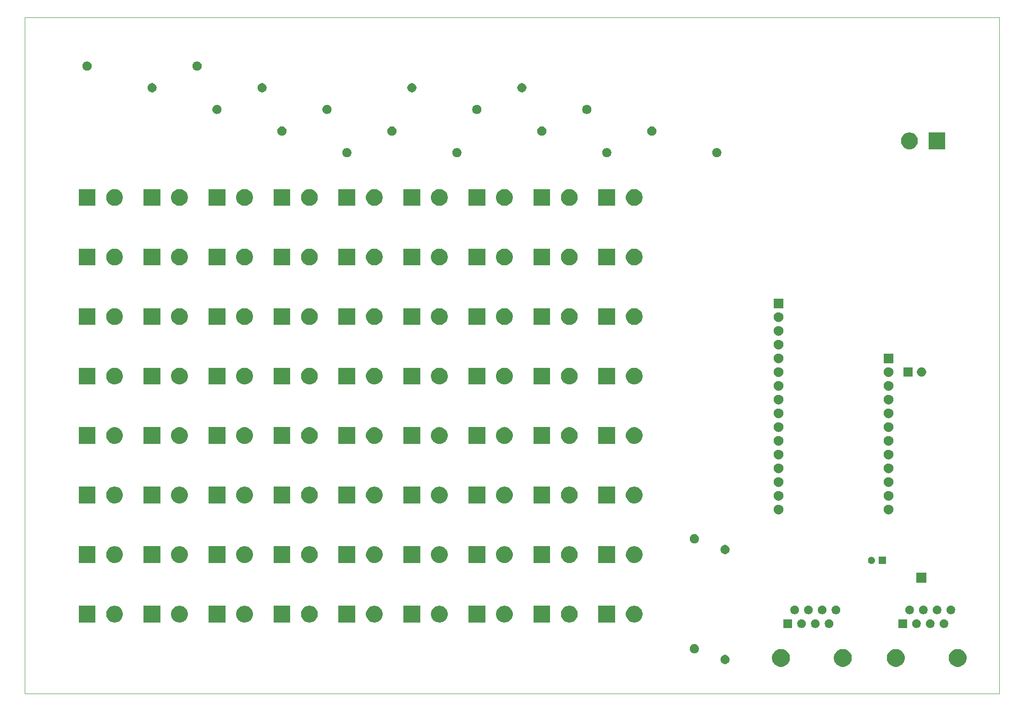
<source format=gbr>
G04 #@! TF.GenerationSoftware,KiCad,Pcbnew,5.1.5-52549c5~84~ubuntu18.04.1*
G04 #@! TF.CreationDate,2020-02-11T15:06:06-05:00*
G04 #@! TF.ProjectId,solenoid_board,736f6c65-6e6f-4696-945f-626f6172642e,rev?*
G04 #@! TF.SameCoordinates,Original*
G04 #@! TF.FileFunction,Soldermask,Bot*
G04 #@! TF.FilePolarity,Negative*
%FSLAX46Y46*%
G04 Gerber Fmt 4.6, Leading zero omitted, Abs format (unit mm)*
G04 Created by KiCad (PCBNEW 5.1.5-52549c5~84~ubuntu18.04.1) date 2020-02-11 15:06:06*
%MOMM*%
%LPD*%
G04 APERTURE LIST*
G04 #@! TA.AperFunction,Profile*
%ADD10C,0.120000*%
G04 #@! TD*
%ADD11C,0.150000*%
G04 APERTURE END LIST*
D10*
X50000000Y-25000000D02*
X50000000Y-150000000D01*
X230000000Y-25000000D02*
X50000000Y-25000000D01*
X230000000Y-150000000D02*
X230000000Y-25000000D01*
X50000000Y-150000000D02*
X230000000Y-150000000D01*
D11*
G36*
X222654787Y-141765015D02*
G01*
X222807779Y-141795447D01*
X223108242Y-141919903D01*
X223378651Y-142100585D01*
X223608615Y-142330549D01*
X223789297Y-142600958D01*
X223913753Y-142901421D01*
X223977200Y-143220391D01*
X223977200Y-143545609D01*
X223913753Y-143864579D01*
X223789297Y-144165042D01*
X223608615Y-144435451D01*
X223378651Y-144665415D01*
X223108242Y-144846097D01*
X222807779Y-144970553D01*
X222701456Y-144991702D01*
X222488811Y-145034000D01*
X222163589Y-145034000D01*
X221950944Y-144991702D01*
X221844621Y-144970553D01*
X221544158Y-144846097D01*
X221273749Y-144665415D01*
X221043785Y-144435451D01*
X220863103Y-144165042D01*
X220738647Y-143864579D01*
X220675200Y-143545609D01*
X220675200Y-143220391D01*
X220738647Y-142901421D01*
X220863103Y-142600958D01*
X221043785Y-142330549D01*
X221273749Y-142100585D01*
X221544158Y-141919903D01*
X221844621Y-141795447D01*
X221997613Y-141765015D01*
X222163589Y-141732000D01*
X222488811Y-141732000D01*
X222654787Y-141765015D01*
G37*
G36*
X190015787Y-141765015D02*
G01*
X190168779Y-141795447D01*
X190469242Y-141919903D01*
X190739651Y-142100585D01*
X190969615Y-142330549D01*
X191150297Y-142600958D01*
X191274753Y-142901421D01*
X191338200Y-143220391D01*
X191338200Y-143545609D01*
X191274753Y-143864579D01*
X191150297Y-144165042D01*
X190969615Y-144435451D01*
X190739651Y-144665415D01*
X190469242Y-144846097D01*
X190168779Y-144970553D01*
X190062456Y-144991702D01*
X189849811Y-145034000D01*
X189524589Y-145034000D01*
X189311944Y-144991702D01*
X189205621Y-144970553D01*
X188905158Y-144846097D01*
X188634749Y-144665415D01*
X188404785Y-144435451D01*
X188224103Y-144165042D01*
X188099647Y-143864579D01*
X188036200Y-143545609D01*
X188036200Y-143220391D01*
X188099647Y-142901421D01*
X188224103Y-142600958D01*
X188404785Y-142330549D01*
X188634749Y-142100585D01*
X188905158Y-141919903D01*
X189205621Y-141795447D01*
X189358613Y-141765015D01*
X189524589Y-141732000D01*
X189849811Y-141732000D01*
X190015787Y-141765015D01*
G37*
G36*
X201445787Y-141765015D02*
G01*
X201598779Y-141795447D01*
X201899242Y-141919903D01*
X202169651Y-142100585D01*
X202399615Y-142330549D01*
X202580297Y-142600958D01*
X202704753Y-142901421D01*
X202768200Y-143220391D01*
X202768200Y-143545609D01*
X202704753Y-143864579D01*
X202580297Y-144165042D01*
X202399615Y-144435451D01*
X202169651Y-144665415D01*
X201899242Y-144846097D01*
X201598779Y-144970553D01*
X201492456Y-144991702D01*
X201279811Y-145034000D01*
X200954589Y-145034000D01*
X200741944Y-144991702D01*
X200635621Y-144970553D01*
X200335158Y-144846097D01*
X200064749Y-144665415D01*
X199834785Y-144435451D01*
X199654103Y-144165042D01*
X199529647Y-143864579D01*
X199466200Y-143545609D01*
X199466200Y-143220391D01*
X199529647Y-142901421D01*
X199654103Y-142600958D01*
X199834785Y-142330549D01*
X200064749Y-142100585D01*
X200335158Y-141919903D01*
X200635621Y-141795447D01*
X200788613Y-141765015D01*
X200954589Y-141732000D01*
X201279811Y-141732000D01*
X201445787Y-141765015D01*
G37*
G36*
X211224787Y-141765015D02*
G01*
X211377779Y-141795447D01*
X211678242Y-141919903D01*
X211948651Y-142100585D01*
X212178615Y-142330549D01*
X212359297Y-142600958D01*
X212483753Y-142901421D01*
X212547200Y-143220391D01*
X212547200Y-143545609D01*
X212483753Y-143864579D01*
X212359297Y-144165042D01*
X212178615Y-144435451D01*
X211948651Y-144665415D01*
X211678242Y-144846097D01*
X211377779Y-144970553D01*
X211271456Y-144991702D01*
X211058811Y-145034000D01*
X210733589Y-145034000D01*
X210520944Y-144991702D01*
X210414621Y-144970553D01*
X210114158Y-144846097D01*
X209843749Y-144665415D01*
X209613785Y-144435451D01*
X209433103Y-144165042D01*
X209308647Y-143864579D01*
X209245200Y-143545609D01*
X209245200Y-143220391D01*
X209308647Y-142901421D01*
X209433103Y-142600958D01*
X209613785Y-142330549D01*
X209843749Y-142100585D01*
X210114158Y-141919903D01*
X210414621Y-141795447D01*
X210567613Y-141765015D01*
X210733589Y-141732000D01*
X211058811Y-141732000D01*
X211224787Y-141765015D01*
G37*
G36*
X179597628Y-142844103D02*
G01*
X179752500Y-142908253D01*
X179891881Y-143001385D01*
X180010415Y-143119919D01*
X180103547Y-143259300D01*
X180167697Y-143414172D01*
X180200400Y-143578584D01*
X180200400Y-143746216D01*
X180167697Y-143910628D01*
X180103547Y-144065500D01*
X180010415Y-144204881D01*
X179891881Y-144323415D01*
X179752500Y-144416547D01*
X179597628Y-144480697D01*
X179433216Y-144513400D01*
X179265584Y-144513400D01*
X179101172Y-144480697D01*
X178946300Y-144416547D01*
X178806919Y-144323415D01*
X178688385Y-144204881D01*
X178595253Y-144065500D01*
X178531103Y-143910628D01*
X178498400Y-143746216D01*
X178498400Y-143578584D01*
X178531103Y-143414172D01*
X178595253Y-143259300D01*
X178688385Y-143119919D01*
X178806919Y-143001385D01*
X178946300Y-142908253D01*
X179101172Y-142844103D01*
X179265584Y-142811400D01*
X179433216Y-142811400D01*
X179597628Y-142844103D01*
G37*
G36*
X173933428Y-140862903D02*
G01*
X174088300Y-140927053D01*
X174227681Y-141020185D01*
X174346215Y-141138719D01*
X174439347Y-141278100D01*
X174503497Y-141432972D01*
X174536200Y-141597384D01*
X174536200Y-141765016D01*
X174503497Y-141929428D01*
X174439347Y-142084300D01*
X174346215Y-142223681D01*
X174227681Y-142342215D01*
X174088300Y-142435347D01*
X173933428Y-142499497D01*
X173769016Y-142532200D01*
X173601384Y-142532200D01*
X173436972Y-142499497D01*
X173282100Y-142435347D01*
X173142719Y-142342215D01*
X173024185Y-142223681D01*
X172931053Y-142084300D01*
X172866903Y-141929428D01*
X172834200Y-141765016D01*
X172834200Y-141597384D01*
X172866903Y-141432972D01*
X172931053Y-141278100D01*
X173024185Y-141138719D01*
X173142719Y-141020185D01*
X173282100Y-140927053D01*
X173436972Y-140862903D01*
X173601384Y-140830200D01*
X173769016Y-140830200D01*
X173933428Y-140862903D01*
G37*
G36*
X196270842Y-136262781D02*
G01*
X196416614Y-136323162D01*
X196416616Y-136323163D01*
X196547808Y-136410822D01*
X196659378Y-136522392D01*
X196747037Y-136653584D01*
X196747038Y-136653586D01*
X196807419Y-136799358D01*
X196838200Y-136954107D01*
X196838200Y-137111893D01*
X196807419Y-137266642D01*
X196747038Y-137412414D01*
X196747037Y-137412416D01*
X196659378Y-137543608D01*
X196547808Y-137655178D01*
X196416616Y-137742837D01*
X196416615Y-137742838D01*
X196416614Y-137742838D01*
X196270842Y-137803219D01*
X196116093Y-137834000D01*
X195958307Y-137834000D01*
X195803558Y-137803219D01*
X195657786Y-137742838D01*
X195657785Y-137742838D01*
X195657784Y-137742837D01*
X195526592Y-137655178D01*
X195415022Y-137543608D01*
X195327363Y-137412416D01*
X195327362Y-137412414D01*
X195266981Y-137266642D01*
X195236200Y-137111893D01*
X195236200Y-136954107D01*
X195266981Y-136799358D01*
X195327362Y-136653586D01*
X195327363Y-136653584D01*
X195415022Y-136522392D01*
X195526592Y-136410822D01*
X195657784Y-136323163D01*
X195657786Y-136323162D01*
X195803558Y-136262781D01*
X195958307Y-136232000D01*
X196116093Y-136232000D01*
X196270842Y-136262781D01*
G37*
G36*
X191758200Y-137834000D02*
G01*
X190156200Y-137834000D01*
X190156200Y-136232000D01*
X191758200Y-136232000D01*
X191758200Y-137834000D01*
G37*
G36*
X193730842Y-136262781D02*
G01*
X193876614Y-136323162D01*
X193876616Y-136323163D01*
X194007808Y-136410822D01*
X194119378Y-136522392D01*
X194207037Y-136653584D01*
X194207038Y-136653586D01*
X194267419Y-136799358D01*
X194298200Y-136954107D01*
X194298200Y-137111893D01*
X194267419Y-137266642D01*
X194207038Y-137412414D01*
X194207037Y-137412416D01*
X194119378Y-137543608D01*
X194007808Y-137655178D01*
X193876616Y-137742837D01*
X193876615Y-137742838D01*
X193876614Y-137742838D01*
X193730842Y-137803219D01*
X193576093Y-137834000D01*
X193418307Y-137834000D01*
X193263558Y-137803219D01*
X193117786Y-137742838D01*
X193117785Y-137742838D01*
X193117784Y-137742837D01*
X192986592Y-137655178D01*
X192875022Y-137543608D01*
X192787363Y-137412416D01*
X192787362Y-137412414D01*
X192726981Y-137266642D01*
X192696200Y-137111893D01*
X192696200Y-136954107D01*
X192726981Y-136799358D01*
X192787362Y-136653586D01*
X192787363Y-136653584D01*
X192875022Y-136522392D01*
X192986592Y-136410822D01*
X193117784Y-136323163D01*
X193117786Y-136323162D01*
X193263558Y-136262781D01*
X193418307Y-136232000D01*
X193576093Y-136232000D01*
X193730842Y-136262781D01*
G37*
G36*
X198810842Y-136262781D02*
G01*
X198956614Y-136323162D01*
X198956616Y-136323163D01*
X199087808Y-136410822D01*
X199199378Y-136522392D01*
X199287037Y-136653584D01*
X199287038Y-136653586D01*
X199347419Y-136799358D01*
X199378200Y-136954107D01*
X199378200Y-137111893D01*
X199347419Y-137266642D01*
X199287038Y-137412414D01*
X199287037Y-137412416D01*
X199199378Y-137543608D01*
X199087808Y-137655178D01*
X198956616Y-137742837D01*
X198956615Y-137742838D01*
X198956614Y-137742838D01*
X198810842Y-137803219D01*
X198656093Y-137834000D01*
X198498307Y-137834000D01*
X198343558Y-137803219D01*
X198197786Y-137742838D01*
X198197785Y-137742838D01*
X198197784Y-137742837D01*
X198066592Y-137655178D01*
X197955022Y-137543608D01*
X197867363Y-137412416D01*
X197867362Y-137412414D01*
X197806981Y-137266642D01*
X197776200Y-137111893D01*
X197776200Y-136954107D01*
X197806981Y-136799358D01*
X197867362Y-136653586D01*
X197867363Y-136653584D01*
X197955022Y-136522392D01*
X198066592Y-136410822D01*
X198197784Y-136323163D01*
X198197786Y-136323162D01*
X198343558Y-136262781D01*
X198498307Y-136232000D01*
X198656093Y-136232000D01*
X198810842Y-136262781D01*
G37*
G36*
X212967200Y-137834000D02*
G01*
X211365200Y-137834000D01*
X211365200Y-136232000D01*
X212967200Y-136232000D01*
X212967200Y-137834000D01*
G37*
G36*
X214939842Y-136262781D02*
G01*
X215085614Y-136323162D01*
X215085616Y-136323163D01*
X215216808Y-136410822D01*
X215328378Y-136522392D01*
X215416037Y-136653584D01*
X215416038Y-136653586D01*
X215476419Y-136799358D01*
X215507200Y-136954107D01*
X215507200Y-137111893D01*
X215476419Y-137266642D01*
X215416038Y-137412414D01*
X215416037Y-137412416D01*
X215328378Y-137543608D01*
X215216808Y-137655178D01*
X215085616Y-137742837D01*
X215085615Y-137742838D01*
X215085614Y-137742838D01*
X214939842Y-137803219D01*
X214785093Y-137834000D01*
X214627307Y-137834000D01*
X214472558Y-137803219D01*
X214326786Y-137742838D01*
X214326785Y-137742838D01*
X214326784Y-137742837D01*
X214195592Y-137655178D01*
X214084022Y-137543608D01*
X213996363Y-137412416D01*
X213996362Y-137412414D01*
X213935981Y-137266642D01*
X213905200Y-137111893D01*
X213905200Y-136954107D01*
X213935981Y-136799358D01*
X213996362Y-136653586D01*
X213996363Y-136653584D01*
X214084022Y-136522392D01*
X214195592Y-136410822D01*
X214326784Y-136323163D01*
X214326786Y-136323162D01*
X214472558Y-136262781D01*
X214627307Y-136232000D01*
X214785093Y-136232000D01*
X214939842Y-136262781D01*
G37*
G36*
X220019842Y-136262781D02*
G01*
X220165614Y-136323162D01*
X220165616Y-136323163D01*
X220296808Y-136410822D01*
X220408378Y-136522392D01*
X220496037Y-136653584D01*
X220496038Y-136653586D01*
X220556419Y-136799358D01*
X220587200Y-136954107D01*
X220587200Y-137111893D01*
X220556419Y-137266642D01*
X220496038Y-137412414D01*
X220496037Y-137412416D01*
X220408378Y-137543608D01*
X220296808Y-137655178D01*
X220165616Y-137742837D01*
X220165615Y-137742838D01*
X220165614Y-137742838D01*
X220019842Y-137803219D01*
X219865093Y-137834000D01*
X219707307Y-137834000D01*
X219552558Y-137803219D01*
X219406786Y-137742838D01*
X219406785Y-137742838D01*
X219406784Y-137742837D01*
X219275592Y-137655178D01*
X219164022Y-137543608D01*
X219076363Y-137412416D01*
X219076362Y-137412414D01*
X219015981Y-137266642D01*
X218985200Y-137111893D01*
X218985200Y-136954107D01*
X219015981Y-136799358D01*
X219076362Y-136653586D01*
X219076363Y-136653584D01*
X219164022Y-136522392D01*
X219275592Y-136410822D01*
X219406784Y-136323163D01*
X219406786Y-136323162D01*
X219552558Y-136262781D01*
X219707307Y-136232000D01*
X219865093Y-136232000D01*
X220019842Y-136262781D01*
G37*
G36*
X217479842Y-136262781D02*
G01*
X217625614Y-136323162D01*
X217625616Y-136323163D01*
X217756808Y-136410822D01*
X217868378Y-136522392D01*
X217956037Y-136653584D01*
X217956038Y-136653586D01*
X218016419Y-136799358D01*
X218047200Y-136954107D01*
X218047200Y-137111893D01*
X218016419Y-137266642D01*
X217956038Y-137412414D01*
X217956037Y-137412416D01*
X217868378Y-137543608D01*
X217756808Y-137655178D01*
X217625616Y-137742837D01*
X217625615Y-137742838D01*
X217625614Y-137742838D01*
X217479842Y-137803219D01*
X217325093Y-137834000D01*
X217167307Y-137834000D01*
X217012558Y-137803219D01*
X216866786Y-137742838D01*
X216866785Y-137742838D01*
X216866784Y-137742837D01*
X216735592Y-137655178D01*
X216624022Y-137543608D01*
X216536363Y-137412416D01*
X216536362Y-137412414D01*
X216475981Y-137266642D01*
X216445200Y-137111893D01*
X216445200Y-136954107D01*
X216475981Y-136799358D01*
X216536362Y-136653586D01*
X216536363Y-136653584D01*
X216624022Y-136522392D01*
X216735592Y-136410822D01*
X216866784Y-136323163D01*
X216866786Y-136323162D01*
X217012558Y-136262781D01*
X217167307Y-136232000D01*
X217325093Y-136232000D01*
X217479842Y-136262781D01*
G37*
G36*
X87063600Y-136836000D02*
G01*
X83961600Y-136836000D01*
X83961600Y-133734000D01*
X87063600Y-133734000D01*
X87063600Y-136836000D01*
G37*
G36*
X123063600Y-136836000D02*
G01*
X119961600Y-136836000D01*
X119961600Y-133734000D01*
X123063600Y-133734000D01*
X123063600Y-136836000D01*
G37*
G36*
X111063600Y-136836000D02*
G01*
X107961600Y-136836000D01*
X107961600Y-133734000D01*
X111063600Y-133734000D01*
X111063600Y-136836000D01*
G37*
G36*
X102895185Y-133763802D02*
G01*
X103045010Y-133793604D01*
X103327274Y-133910521D01*
X103581305Y-134080259D01*
X103797341Y-134296295D01*
X103967079Y-134550326D01*
X104083996Y-134832590D01*
X104143600Y-135132240D01*
X104143600Y-135437760D01*
X104083996Y-135737410D01*
X103967079Y-136019674D01*
X103797341Y-136273705D01*
X103581305Y-136489741D01*
X103327274Y-136659479D01*
X103045010Y-136776396D01*
X102929577Y-136799357D01*
X102745361Y-136836000D01*
X102439839Y-136836000D01*
X102255623Y-136799357D01*
X102140190Y-136776396D01*
X101857926Y-136659479D01*
X101603895Y-136489741D01*
X101387859Y-136273705D01*
X101218121Y-136019674D01*
X101101204Y-135737410D01*
X101041600Y-135437760D01*
X101041600Y-135132240D01*
X101101204Y-134832590D01*
X101218121Y-134550326D01*
X101387859Y-134296295D01*
X101603895Y-134080259D01*
X101857926Y-133910521D01*
X102140190Y-133793604D01*
X102290015Y-133763802D01*
X102439839Y-133734000D01*
X102745361Y-133734000D01*
X102895185Y-133763802D01*
G37*
G36*
X99063600Y-136836000D02*
G01*
X95961600Y-136836000D01*
X95961600Y-133734000D01*
X99063600Y-133734000D01*
X99063600Y-136836000D01*
G37*
G36*
X90895185Y-133763802D02*
G01*
X91045010Y-133793604D01*
X91327274Y-133910521D01*
X91581305Y-134080259D01*
X91797341Y-134296295D01*
X91967079Y-134550326D01*
X92083996Y-134832590D01*
X92143600Y-135132240D01*
X92143600Y-135437760D01*
X92083996Y-135737410D01*
X91967079Y-136019674D01*
X91797341Y-136273705D01*
X91581305Y-136489741D01*
X91327274Y-136659479D01*
X91045010Y-136776396D01*
X90929577Y-136799357D01*
X90745361Y-136836000D01*
X90439839Y-136836000D01*
X90255623Y-136799357D01*
X90140190Y-136776396D01*
X89857926Y-136659479D01*
X89603895Y-136489741D01*
X89387859Y-136273705D01*
X89218121Y-136019674D01*
X89101204Y-135737410D01*
X89041600Y-135437760D01*
X89041600Y-135132240D01*
X89101204Y-134832590D01*
X89218121Y-134550326D01*
X89387859Y-134296295D01*
X89603895Y-134080259D01*
X89857926Y-133910521D01*
X90140190Y-133793604D01*
X90290015Y-133763802D01*
X90439839Y-133734000D01*
X90745361Y-133734000D01*
X90895185Y-133763802D01*
G37*
G36*
X78895185Y-133763802D02*
G01*
X79045010Y-133793604D01*
X79327274Y-133910521D01*
X79581305Y-134080259D01*
X79797341Y-134296295D01*
X79967079Y-134550326D01*
X80083996Y-134832590D01*
X80143600Y-135132240D01*
X80143600Y-135437760D01*
X80083996Y-135737410D01*
X79967079Y-136019674D01*
X79797341Y-136273705D01*
X79581305Y-136489741D01*
X79327274Y-136659479D01*
X79045010Y-136776396D01*
X78929577Y-136799357D01*
X78745361Y-136836000D01*
X78439839Y-136836000D01*
X78255623Y-136799357D01*
X78140190Y-136776396D01*
X77857926Y-136659479D01*
X77603895Y-136489741D01*
X77387859Y-136273705D01*
X77218121Y-136019674D01*
X77101204Y-135737410D01*
X77041600Y-135437760D01*
X77041600Y-135132240D01*
X77101204Y-134832590D01*
X77218121Y-134550326D01*
X77387859Y-134296295D01*
X77603895Y-134080259D01*
X77857926Y-133910521D01*
X78140190Y-133793604D01*
X78290015Y-133763802D01*
X78439839Y-133734000D01*
X78745361Y-133734000D01*
X78895185Y-133763802D01*
G37*
G36*
X114895185Y-133763802D02*
G01*
X115045010Y-133793604D01*
X115327274Y-133910521D01*
X115581305Y-134080259D01*
X115797341Y-134296295D01*
X115967079Y-134550326D01*
X116083996Y-134832590D01*
X116143600Y-135132240D01*
X116143600Y-135437760D01*
X116083996Y-135737410D01*
X115967079Y-136019674D01*
X115797341Y-136273705D01*
X115581305Y-136489741D01*
X115327274Y-136659479D01*
X115045010Y-136776396D01*
X114929577Y-136799357D01*
X114745361Y-136836000D01*
X114439839Y-136836000D01*
X114255623Y-136799357D01*
X114140190Y-136776396D01*
X113857926Y-136659479D01*
X113603895Y-136489741D01*
X113387859Y-136273705D01*
X113218121Y-136019674D01*
X113101204Y-135737410D01*
X113041600Y-135437760D01*
X113041600Y-135132240D01*
X113101204Y-134832590D01*
X113218121Y-134550326D01*
X113387859Y-134296295D01*
X113603895Y-134080259D01*
X113857926Y-133910521D01*
X114140190Y-133793604D01*
X114290015Y-133763802D01*
X114439839Y-133734000D01*
X114745361Y-133734000D01*
X114895185Y-133763802D01*
G37*
G36*
X135063600Y-136836000D02*
G01*
X131961600Y-136836000D01*
X131961600Y-133734000D01*
X135063600Y-133734000D01*
X135063600Y-136836000D01*
G37*
G36*
X147063600Y-136836000D02*
G01*
X143961600Y-136836000D01*
X143961600Y-133734000D01*
X147063600Y-133734000D01*
X147063600Y-136836000D01*
G37*
G36*
X150895185Y-133763802D02*
G01*
X151045010Y-133793604D01*
X151327274Y-133910521D01*
X151581305Y-134080259D01*
X151797341Y-134296295D01*
X151967079Y-134550326D01*
X152083996Y-134832590D01*
X152143600Y-135132240D01*
X152143600Y-135437760D01*
X152083996Y-135737410D01*
X151967079Y-136019674D01*
X151797341Y-136273705D01*
X151581305Y-136489741D01*
X151327274Y-136659479D01*
X151045010Y-136776396D01*
X150929577Y-136799357D01*
X150745361Y-136836000D01*
X150439839Y-136836000D01*
X150255623Y-136799357D01*
X150140190Y-136776396D01*
X149857926Y-136659479D01*
X149603895Y-136489741D01*
X149387859Y-136273705D01*
X149218121Y-136019674D01*
X149101204Y-135737410D01*
X149041600Y-135437760D01*
X149041600Y-135132240D01*
X149101204Y-134832590D01*
X149218121Y-134550326D01*
X149387859Y-134296295D01*
X149603895Y-134080259D01*
X149857926Y-133910521D01*
X150140190Y-133793604D01*
X150290015Y-133763802D01*
X150439839Y-133734000D01*
X150745361Y-133734000D01*
X150895185Y-133763802D01*
G37*
G36*
X75063600Y-136836000D02*
G01*
X71961600Y-136836000D01*
X71961600Y-133734000D01*
X75063600Y-133734000D01*
X75063600Y-136836000D01*
G37*
G36*
X159063600Y-136836000D02*
G01*
X155961600Y-136836000D01*
X155961600Y-133734000D01*
X159063600Y-133734000D01*
X159063600Y-136836000D01*
G37*
G36*
X162895185Y-133763802D02*
G01*
X163045010Y-133793604D01*
X163327274Y-133910521D01*
X163581305Y-134080259D01*
X163797341Y-134296295D01*
X163967079Y-134550326D01*
X164083996Y-134832590D01*
X164143600Y-135132240D01*
X164143600Y-135437760D01*
X164083996Y-135737410D01*
X163967079Y-136019674D01*
X163797341Y-136273705D01*
X163581305Y-136489741D01*
X163327274Y-136659479D01*
X163045010Y-136776396D01*
X162929577Y-136799357D01*
X162745361Y-136836000D01*
X162439839Y-136836000D01*
X162255623Y-136799357D01*
X162140190Y-136776396D01*
X161857926Y-136659479D01*
X161603895Y-136489741D01*
X161387859Y-136273705D01*
X161218121Y-136019674D01*
X161101204Y-135737410D01*
X161041600Y-135437760D01*
X161041600Y-135132240D01*
X161101204Y-134832590D01*
X161218121Y-134550326D01*
X161387859Y-134296295D01*
X161603895Y-134080259D01*
X161857926Y-133910521D01*
X162140190Y-133793604D01*
X162290015Y-133763802D01*
X162439839Y-133734000D01*
X162745361Y-133734000D01*
X162895185Y-133763802D01*
G37*
G36*
X63063600Y-136836000D02*
G01*
X59961600Y-136836000D01*
X59961600Y-133734000D01*
X63063600Y-133734000D01*
X63063600Y-136836000D01*
G37*
G36*
X66895185Y-133763802D02*
G01*
X67045010Y-133793604D01*
X67327274Y-133910521D01*
X67581305Y-134080259D01*
X67797341Y-134296295D01*
X67967079Y-134550326D01*
X68083996Y-134832590D01*
X68143600Y-135132240D01*
X68143600Y-135437760D01*
X68083996Y-135737410D01*
X67967079Y-136019674D01*
X67797341Y-136273705D01*
X67581305Y-136489741D01*
X67327274Y-136659479D01*
X67045010Y-136776396D01*
X66929577Y-136799357D01*
X66745361Y-136836000D01*
X66439839Y-136836000D01*
X66255623Y-136799357D01*
X66140190Y-136776396D01*
X65857926Y-136659479D01*
X65603895Y-136489741D01*
X65387859Y-136273705D01*
X65218121Y-136019674D01*
X65101204Y-135737410D01*
X65041600Y-135437760D01*
X65041600Y-135132240D01*
X65101204Y-134832590D01*
X65218121Y-134550326D01*
X65387859Y-134296295D01*
X65603895Y-134080259D01*
X65857926Y-133910521D01*
X66140190Y-133793604D01*
X66290015Y-133763802D01*
X66439839Y-133734000D01*
X66745361Y-133734000D01*
X66895185Y-133763802D01*
G37*
G36*
X126895185Y-133763802D02*
G01*
X127045010Y-133793604D01*
X127327274Y-133910521D01*
X127581305Y-134080259D01*
X127797341Y-134296295D01*
X127967079Y-134550326D01*
X128083996Y-134832590D01*
X128143600Y-135132240D01*
X128143600Y-135437760D01*
X128083996Y-135737410D01*
X127967079Y-136019674D01*
X127797341Y-136273705D01*
X127581305Y-136489741D01*
X127327274Y-136659479D01*
X127045010Y-136776396D01*
X126929577Y-136799357D01*
X126745361Y-136836000D01*
X126439839Y-136836000D01*
X126255623Y-136799357D01*
X126140190Y-136776396D01*
X125857926Y-136659479D01*
X125603895Y-136489741D01*
X125387859Y-136273705D01*
X125218121Y-136019674D01*
X125101204Y-135737410D01*
X125041600Y-135437760D01*
X125041600Y-135132240D01*
X125101204Y-134832590D01*
X125218121Y-134550326D01*
X125387859Y-134296295D01*
X125603895Y-134080259D01*
X125857926Y-133910521D01*
X126140190Y-133793604D01*
X126290015Y-133763802D01*
X126439839Y-133734000D01*
X126745361Y-133734000D01*
X126895185Y-133763802D01*
G37*
G36*
X138895185Y-133763802D02*
G01*
X139045010Y-133793604D01*
X139327274Y-133910521D01*
X139581305Y-134080259D01*
X139797341Y-134296295D01*
X139967079Y-134550326D01*
X140083996Y-134832590D01*
X140143600Y-135132240D01*
X140143600Y-135437760D01*
X140083996Y-135737410D01*
X139967079Y-136019674D01*
X139797341Y-136273705D01*
X139581305Y-136489741D01*
X139327274Y-136659479D01*
X139045010Y-136776396D01*
X138929577Y-136799357D01*
X138745361Y-136836000D01*
X138439839Y-136836000D01*
X138255623Y-136799357D01*
X138140190Y-136776396D01*
X137857926Y-136659479D01*
X137603895Y-136489741D01*
X137387859Y-136273705D01*
X137218121Y-136019674D01*
X137101204Y-135737410D01*
X137041600Y-135437760D01*
X137041600Y-135132240D01*
X137101204Y-134832590D01*
X137218121Y-134550326D01*
X137387859Y-134296295D01*
X137603895Y-134080259D01*
X137857926Y-133910521D01*
X138140190Y-133793604D01*
X138290015Y-133763802D01*
X138439839Y-133734000D01*
X138745361Y-133734000D01*
X138895185Y-133763802D01*
G37*
G36*
X192460842Y-133722781D02*
G01*
X192606614Y-133783162D01*
X192606616Y-133783163D01*
X192737808Y-133870822D01*
X192849378Y-133982392D01*
X192937037Y-134113584D01*
X192937038Y-134113586D01*
X192997419Y-134259358D01*
X193028200Y-134414107D01*
X193028200Y-134571893D01*
X192997419Y-134726642D01*
X192953533Y-134832591D01*
X192937037Y-134872416D01*
X192849378Y-135003608D01*
X192737808Y-135115178D01*
X192606616Y-135202837D01*
X192606615Y-135202838D01*
X192606614Y-135202838D01*
X192460842Y-135263219D01*
X192306093Y-135294000D01*
X192148307Y-135294000D01*
X191993558Y-135263219D01*
X191847786Y-135202838D01*
X191847785Y-135202838D01*
X191847784Y-135202837D01*
X191716592Y-135115178D01*
X191605022Y-135003608D01*
X191517363Y-134872416D01*
X191500867Y-134832591D01*
X191456981Y-134726642D01*
X191426200Y-134571893D01*
X191426200Y-134414107D01*
X191456981Y-134259358D01*
X191517362Y-134113586D01*
X191517363Y-134113584D01*
X191605022Y-133982392D01*
X191716592Y-133870822D01*
X191847784Y-133783163D01*
X191847786Y-133783162D01*
X191993558Y-133722781D01*
X192148307Y-133692000D01*
X192306093Y-133692000D01*
X192460842Y-133722781D01*
G37*
G36*
X221289842Y-133722781D02*
G01*
X221435614Y-133783162D01*
X221435616Y-133783163D01*
X221566808Y-133870822D01*
X221678378Y-133982392D01*
X221766037Y-134113584D01*
X221766038Y-134113586D01*
X221826419Y-134259358D01*
X221857200Y-134414107D01*
X221857200Y-134571893D01*
X221826419Y-134726642D01*
X221782533Y-134832591D01*
X221766037Y-134872416D01*
X221678378Y-135003608D01*
X221566808Y-135115178D01*
X221435616Y-135202837D01*
X221435615Y-135202838D01*
X221435614Y-135202838D01*
X221289842Y-135263219D01*
X221135093Y-135294000D01*
X220977307Y-135294000D01*
X220822558Y-135263219D01*
X220676786Y-135202838D01*
X220676785Y-135202838D01*
X220676784Y-135202837D01*
X220545592Y-135115178D01*
X220434022Y-135003608D01*
X220346363Y-134872416D01*
X220329867Y-134832591D01*
X220285981Y-134726642D01*
X220255200Y-134571893D01*
X220255200Y-134414107D01*
X220285981Y-134259358D01*
X220346362Y-134113586D01*
X220346363Y-134113584D01*
X220434022Y-133982392D01*
X220545592Y-133870822D01*
X220676784Y-133783163D01*
X220676786Y-133783162D01*
X220822558Y-133722781D01*
X220977307Y-133692000D01*
X221135093Y-133692000D01*
X221289842Y-133722781D01*
G37*
G36*
X218749842Y-133722781D02*
G01*
X218895614Y-133783162D01*
X218895616Y-133783163D01*
X219026808Y-133870822D01*
X219138378Y-133982392D01*
X219226037Y-134113584D01*
X219226038Y-134113586D01*
X219286419Y-134259358D01*
X219317200Y-134414107D01*
X219317200Y-134571893D01*
X219286419Y-134726642D01*
X219242533Y-134832591D01*
X219226037Y-134872416D01*
X219138378Y-135003608D01*
X219026808Y-135115178D01*
X218895616Y-135202837D01*
X218895615Y-135202838D01*
X218895614Y-135202838D01*
X218749842Y-135263219D01*
X218595093Y-135294000D01*
X218437307Y-135294000D01*
X218282558Y-135263219D01*
X218136786Y-135202838D01*
X218136785Y-135202838D01*
X218136784Y-135202837D01*
X218005592Y-135115178D01*
X217894022Y-135003608D01*
X217806363Y-134872416D01*
X217789867Y-134832591D01*
X217745981Y-134726642D01*
X217715200Y-134571893D01*
X217715200Y-134414107D01*
X217745981Y-134259358D01*
X217806362Y-134113586D01*
X217806363Y-134113584D01*
X217894022Y-133982392D01*
X218005592Y-133870822D01*
X218136784Y-133783163D01*
X218136786Y-133783162D01*
X218282558Y-133722781D01*
X218437307Y-133692000D01*
X218595093Y-133692000D01*
X218749842Y-133722781D01*
G37*
G36*
X216209842Y-133722781D02*
G01*
X216355614Y-133783162D01*
X216355616Y-133783163D01*
X216486808Y-133870822D01*
X216598378Y-133982392D01*
X216686037Y-134113584D01*
X216686038Y-134113586D01*
X216746419Y-134259358D01*
X216777200Y-134414107D01*
X216777200Y-134571893D01*
X216746419Y-134726642D01*
X216702533Y-134832591D01*
X216686037Y-134872416D01*
X216598378Y-135003608D01*
X216486808Y-135115178D01*
X216355616Y-135202837D01*
X216355615Y-135202838D01*
X216355614Y-135202838D01*
X216209842Y-135263219D01*
X216055093Y-135294000D01*
X215897307Y-135294000D01*
X215742558Y-135263219D01*
X215596786Y-135202838D01*
X215596785Y-135202838D01*
X215596784Y-135202837D01*
X215465592Y-135115178D01*
X215354022Y-135003608D01*
X215266363Y-134872416D01*
X215249867Y-134832591D01*
X215205981Y-134726642D01*
X215175200Y-134571893D01*
X215175200Y-134414107D01*
X215205981Y-134259358D01*
X215266362Y-134113586D01*
X215266363Y-134113584D01*
X215354022Y-133982392D01*
X215465592Y-133870822D01*
X215596784Y-133783163D01*
X215596786Y-133783162D01*
X215742558Y-133722781D01*
X215897307Y-133692000D01*
X216055093Y-133692000D01*
X216209842Y-133722781D01*
G37*
G36*
X195000842Y-133722781D02*
G01*
X195146614Y-133783162D01*
X195146616Y-133783163D01*
X195277808Y-133870822D01*
X195389378Y-133982392D01*
X195477037Y-134113584D01*
X195477038Y-134113586D01*
X195537419Y-134259358D01*
X195568200Y-134414107D01*
X195568200Y-134571893D01*
X195537419Y-134726642D01*
X195493533Y-134832591D01*
X195477037Y-134872416D01*
X195389378Y-135003608D01*
X195277808Y-135115178D01*
X195146616Y-135202837D01*
X195146615Y-135202838D01*
X195146614Y-135202838D01*
X195000842Y-135263219D01*
X194846093Y-135294000D01*
X194688307Y-135294000D01*
X194533558Y-135263219D01*
X194387786Y-135202838D01*
X194387785Y-135202838D01*
X194387784Y-135202837D01*
X194256592Y-135115178D01*
X194145022Y-135003608D01*
X194057363Y-134872416D01*
X194040867Y-134832591D01*
X193996981Y-134726642D01*
X193966200Y-134571893D01*
X193966200Y-134414107D01*
X193996981Y-134259358D01*
X194057362Y-134113586D01*
X194057363Y-134113584D01*
X194145022Y-133982392D01*
X194256592Y-133870822D01*
X194387784Y-133783163D01*
X194387786Y-133783162D01*
X194533558Y-133722781D01*
X194688307Y-133692000D01*
X194846093Y-133692000D01*
X195000842Y-133722781D01*
G37*
G36*
X197540842Y-133722781D02*
G01*
X197686614Y-133783162D01*
X197686616Y-133783163D01*
X197817808Y-133870822D01*
X197929378Y-133982392D01*
X198017037Y-134113584D01*
X198017038Y-134113586D01*
X198077419Y-134259358D01*
X198108200Y-134414107D01*
X198108200Y-134571893D01*
X198077419Y-134726642D01*
X198033533Y-134832591D01*
X198017037Y-134872416D01*
X197929378Y-135003608D01*
X197817808Y-135115178D01*
X197686616Y-135202837D01*
X197686615Y-135202838D01*
X197686614Y-135202838D01*
X197540842Y-135263219D01*
X197386093Y-135294000D01*
X197228307Y-135294000D01*
X197073558Y-135263219D01*
X196927786Y-135202838D01*
X196927785Y-135202838D01*
X196927784Y-135202837D01*
X196796592Y-135115178D01*
X196685022Y-135003608D01*
X196597363Y-134872416D01*
X196580867Y-134832591D01*
X196536981Y-134726642D01*
X196506200Y-134571893D01*
X196506200Y-134414107D01*
X196536981Y-134259358D01*
X196597362Y-134113586D01*
X196597363Y-134113584D01*
X196685022Y-133982392D01*
X196796592Y-133870822D01*
X196927784Y-133783163D01*
X196927786Y-133783162D01*
X197073558Y-133722781D01*
X197228307Y-133692000D01*
X197386093Y-133692000D01*
X197540842Y-133722781D01*
G37*
G36*
X200080842Y-133722781D02*
G01*
X200226614Y-133783162D01*
X200226616Y-133783163D01*
X200357808Y-133870822D01*
X200469378Y-133982392D01*
X200557037Y-134113584D01*
X200557038Y-134113586D01*
X200617419Y-134259358D01*
X200648200Y-134414107D01*
X200648200Y-134571893D01*
X200617419Y-134726642D01*
X200573533Y-134832591D01*
X200557037Y-134872416D01*
X200469378Y-135003608D01*
X200357808Y-135115178D01*
X200226616Y-135202837D01*
X200226615Y-135202838D01*
X200226614Y-135202838D01*
X200080842Y-135263219D01*
X199926093Y-135294000D01*
X199768307Y-135294000D01*
X199613558Y-135263219D01*
X199467786Y-135202838D01*
X199467785Y-135202838D01*
X199467784Y-135202837D01*
X199336592Y-135115178D01*
X199225022Y-135003608D01*
X199137363Y-134872416D01*
X199120867Y-134832591D01*
X199076981Y-134726642D01*
X199046200Y-134571893D01*
X199046200Y-134414107D01*
X199076981Y-134259358D01*
X199137362Y-134113586D01*
X199137363Y-134113584D01*
X199225022Y-133982392D01*
X199336592Y-133870822D01*
X199467784Y-133783163D01*
X199467786Y-133783162D01*
X199613558Y-133722781D01*
X199768307Y-133692000D01*
X199926093Y-133692000D01*
X200080842Y-133722781D01*
G37*
G36*
X213669842Y-133722781D02*
G01*
X213815614Y-133783162D01*
X213815616Y-133783163D01*
X213946808Y-133870822D01*
X214058378Y-133982392D01*
X214146037Y-134113584D01*
X214146038Y-134113586D01*
X214206419Y-134259358D01*
X214237200Y-134414107D01*
X214237200Y-134571893D01*
X214206419Y-134726642D01*
X214162533Y-134832591D01*
X214146037Y-134872416D01*
X214058378Y-135003608D01*
X213946808Y-135115178D01*
X213815616Y-135202837D01*
X213815615Y-135202838D01*
X213815614Y-135202838D01*
X213669842Y-135263219D01*
X213515093Y-135294000D01*
X213357307Y-135294000D01*
X213202558Y-135263219D01*
X213056786Y-135202838D01*
X213056785Y-135202838D01*
X213056784Y-135202837D01*
X212925592Y-135115178D01*
X212814022Y-135003608D01*
X212726363Y-134872416D01*
X212709867Y-134832591D01*
X212665981Y-134726642D01*
X212635200Y-134571893D01*
X212635200Y-134414107D01*
X212665981Y-134259358D01*
X212726362Y-134113586D01*
X212726363Y-134113584D01*
X212814022Y-133982392D01*
X212925592Y-133870822D01*
X213056784Y-133783163D01*
X213056786Y-133783162D01*
X213202558Y-133722781D01*
X213357307Y-133692000D01*
X213515093Y-133692000D01*
X213669842Y-133722781D01*
G37*
G36*
X216521600Y-129450400D02*
G01*
X214719600Y-129450400D01*
X214719600Y-127648400D01*
X216521600Y-127648400D01*
X216521600Y-129450400D01*
G37*
G36*
X209058000Y-126000000D02*
G01*
X207756000Y-126000000D01*
X207756000Y-124698000D01*
X209058000Y-124698000D01*
X209058000Y-126000000D01*
G37*
G36*
X206596890Y-124723017D02*
G01*
X206631638Y-124737410D01*
X206715364Y-124772091D01*
X206821988Y-124843335D01*
X206912665Y-124934012D01*
X206983909Y-125040636D01*
X207032983Y-125159110D01*
X207058000Y-125284882D01*
X207058000Y-125413118D01*
X207032983Y-125538890D01*
X206983909Y-125657364D01*
X206912665Y-125763988D01*
X206821988Y-125854665D01*
X206715364Y-125925909D01*
X206715363Y-125925910D01*
X206715362Y-125925910D01*
X206596890Y-125974983D01*
X206471119Y-126000000D01*
X206342881Y-126000000D01*
X206217110Y-125974983D01*
X206098638Y-125925910D01*
X206098637Y-125925910D01*
X206098636Y-125925909D01*
X205992012Y-125854665D01*
X205901335Y-125763988D01*
X205830091Y-125657364D01*
X205781017Y-125538890D01*
X205756000Y-125413118D01*
X205756000Y-125284882D01*
X205781017Y-125159110D01*
X205830091Y-125040636D01*
X205901335Y-124934012D01*
X205992012Y-124843335D01*
X206098636Y-124772091D01*
X206182363Y-124737410D01*
X206217110Y-124723017D01*
X206342881Y-124698000D01*
X206471119Y-124698000D01*
X206596890Y-124723017D01*
G37*
G36*
X123063600Y-125836000D02*
G01*
X119961600Y-125836000D01*
X119961600Y-122734000D01*
X123063600Y-122734000D01*
X123063600Y-125836000D01*
G37*
G36*
X114895185Y-122763802D02*
G01*
X115045010Y-122793604D01*
X115327274Y-122910521D01*
X115581305Y-123080259D01*
X115797341Y-123296295D01*
X115967079Y-123550326D01*
X116047921Y-123745497D01*
X116083996Y-123832591D01*
X116136501Y-124096548D01*
X116143600Y-124132240D01*
X116143600Y-124437760D01*
X116083996Y-124737410D01*
X115967079Y-125019674D01*
X115797341Y-125273705D01*
X115581305Y-125489741D01*
X115327274Y-125659479D01*
X115045010Y-125776396D01*
X114895185Y-125806198D01*
X114745361Y-125836000D01*
X114439839Y-125836000D01*
X114290015Y-125806198D01*
X114140190Y-125776396D01*
X113857926Y-125659479D01*
X113603895Y-125489741D01*
X113387859Y-125273705D01*
X113218121Y-125019674D01*
X113101204Y-124737410D01*
X113041600Y-124437760D01*
X113041600Y-124132240D01*
X113048700Y-124096548D01*
X113101204Y-123832591D01*
X113137279Y-123745497D01*
X113218121Y-123550326D01*
X113387859Y-123296295D01*
X113603895Y-123080259D01*
X113857926Y-122910521D01*
X114140190Y-122793604D01*
X114290015Y-122763802D01*
X114439839Y-122734000D01*
X114745361Y-122734000D01*
X114895185Y-122763802D01*
G37*
G36*
X102895185Y-122763802D02*
G01*
X103045010Y-122793604D01*
X103327274Y-122910521D01*
X103581305Y-123080259D01*
X103797341Y-123296295D01*
X103967079Y-123550326D01*
X104047921Y-123745497D01*
X104083996Y-123832591D01*
X104136501Y-124096548D01*
X104143600Y-124132240D01*
X104143600Y-124437760D01*
X104083996Y-124737410D01*
X103967079Y-125019674D01*
X103797341Y-125273705D01*
X103581305Y-125489741D01*
X103327274Y-125659479D01*
X103045010Y-125776396D01*
X102895185Y-125806198D01*
X102745361Y-125836000D01*
X102439839Y-125836000D01*
X102290015Y-125806198D01*
X102140190Y-125776396D01*
X101857926Y-125659479D01*
X101603895Y-125489741D01*
X101387859Y-125273705D01*
X101218121Y-125019674D01*
X101101204Y-124737410D01*
X101041600Y-124437760D01*
X101041600Y-124132240D01*
X101048700Y-124096548D01*
X101101204Y-123832591D01*
X101137279Y-123745497D01*
X101218121Y-123550326D01*
X101387859Y-123296295D01*
X101603895Y-123080259D01*
X101857926Y-122910521D01*
X102140190Y-122793604D01*
X102290015Y-122763802D01*
X102439839Y-122734000D01*
X102745361Y-122734000D01*
X102895185Y-122763802D01*
G37*
G36*
X63063600Y-125836000D02*
G01*
X59961600Y-125836000D01*
X59961600Y-122734000D01*
X63063600Y-122734000D01*
X63063600Y-125836000D01*
G37*
G36*
X66895185Y-122763802D02*
G01*
X67045010Y-122793604D01*
X67327274Y-122910521D01*
X67581305Y-123080259D01*
X67797341Y-123296295D01*
X67967079Y-123550326D01*
X68047921Y-123745497D01*
X68083996Y-123832591D01*
X68136501Y-124096548D01*
X68143600Y-124132240D01*
X68143600Y-124437760D01*
X68083996Y-124737410D01*
X67967079Y-125019674D01*
X67797341Y-125273705D01*
X67581305Y-125489741D01*
X67327274Y-125659479D01*
X67045010Y-125776396D01*
X66895185Y-125806198D01*
X66745361Y-125836000D01*
X66439839Y-125836000D01*
X66290015Y-125806198D01*
X66140190Y-125776396D01*
X65857926Y-125659479D01*
X65603895Y-125489741D01*
X65387859Y-125273705D01*
X65218121Y-125019674D01*
X65101204Y-124737410D01*
X65041600Y-124437760D01*
X65041600Y-124132240D01*
X65048700Y-124096548D01*
X65101204Y-123832591D01*
X65137279Y-123745497D01*
X65218121Y-123550326D01*
X65387859Y-123296295D01*
X65603895Y-123080259D01*
X65857926Y-122910521D01*
X66140190Y-122793604D01*
X66290015Y-122763802D01*
X66439839Y-122734000D01*
X66745361Y-122734000D01*
X66895185Y-122763802D01*
G37*
G36*
X75063600Y-125836000D02*
G01*
X71961600Y-125836000D01*
X71961600Y-122734000D01*
X75063600Y-122734000D01*
X75063600Y-125836000D01*
G37*
G36*
X78895185Y-122763802D02*
G01*
X79045010Y-122793604D01*
X79327274Y-122910521D01*
X79581305Y-123080259D01*
X79797341Y-123296295D01*
X79967079Y-123550326D01*
X80047921Y-123745497D01*
X80083996Y-123832591D01*
X80136501Y-124096548D01*
X80143600Y-124132240D01*
X80143600Y-124437760D01*
X80083996Y-124737410D01*
X79967079Y-125019674D01*
X79797341Y-125273705D01*
X79581305Y-125489741D01*
X79327274Y-125659479D01*
X79045010Y-125776396D01*
X78895185Y-125806198D01*
X78745361Y-125836000D01*
X78439839Y-125836000D01*
X78290015Y-125806198D01*
X78140190Y-125776396D01*
X77857926Y-125659479D01*
X77603895Y-125489741D01*
X77387859Y-125273705D01*
X77218121Y-125019674D01*
X77101204Y-124737410D01*
X77041600Y-124437760D01*
X77041600Y-124132240D01*
X77048700Y-124096548D01*
X77101204Y-123832591D01*
X77137279Y-123745497D01*
X77218121Y-123550326D01*
X77387859Y-123296295D01*
X77603895Y-123080259D01*
X77857926Y-122910521D01*
X78140190Y-122793604D01*
X78290015Y-122763802D01*
X78439839Y-122734000D01*
X78745361Y-122734000D01*
X78895185Y-122763802D01*
G37*
G36*
X87063600Y-125836000D02*
G01*
X83961600Y-125836000D01*
X83961600Y-122734000D01*
X87063600Y-122734000D01*
X87063600Y-125836000D01*
G37*
G36*
X99063600Y-125836000D02*
G01*
X95961600Y-125836000D01*
X95961600Y-122734000D01*
X99063600Y-122734000D01*
X99063600Y-125836000D01*
G37*
G36*
X111063600Y-125836000D02*
G01*
X107961600Y-125836000D01*
X107961600Y-122734000D01*
X111063600Y-122734000D01*
X111063600Y-125836000D01*
G37*
G36*
X126895185Y-122763802D02*
G01*
X127045010Y-122793604D01*
X127327274Y-122910521D01*
X127581305Y-123080259D01*
X127797341Y-123296295D01*
X127967079Y-123550326D01*
X128047921Y-123745497D01*
X128083996Y-123832591D01*
X128136501Y-124096548D01*
X128143600Y-124132240D01*
X128143600Y-124437760D01*
X128083996Y-124737410D01*
X127967079Y-125019674D01*
X127797341Y-125273705D01*
X127581305Y-125489741D01*
X127327274Y-125659479D01*
X127045010Y-125776396D01*
X126895185Y-125806198D01*
X126745361Y-125836000D01*
X126439839Y-125836000D01*
X126290015Y-125806198D01*
X126140190Y-125776396D01*
X125857926Y-125659479D01*
X125603895Y-125489741D01*
X125387859Y-125273705D01*
X125218121Y-125019674D01*
X125101204Y-124737410D01*
X125041600Y-124437760D01*
X125041600Y-124132240D01*
X125048700Y-124096548D01*
X125101204Y-123832591D01*
X125137279Y-123745497D01*
X125218121Y-123550326D01*
X125387859Y-123296295D01*
X125603895Y-123080259D01*
X125857926Y-122910521D01*
X126140190Y-122793604D01*
X126290015Y-122763802D01*
X126439839Y-122734000D01*
X126745361Y-122734000D01*
X126895185Y-122763802D01*
G37*
G36*
X135063600Y-125836000D02*
G01*
X131961600Y-125836000D01*
X131961600Y-122734000D01*
X135063600Y-122734000D01*
X135063600Y-125836000D01*
G37*
G36*
X138895185Y-122763802D02*
G01*
X139045010Y-122793604D01*
X139327274Y-122910521D01*
X139581305Y-123080259D01*
X139797341Y-123296295D01*
X139967079Y-123550326D01*
X140047921Y-123745497D01*
X140083996Y-123832591D01*
X140136501Y-124096548D01*
X140143600Y-124132240D01*
X140143600Y-124437760D01*
X140083996Y-124737410D01*
X139967079Y-125019674D01*
X139797341Y-125273705D01*
X139581305Y-125489741D01*
X139327274Y-125659479D01*
X139045010Y-125776396D01*
X138895185Y-125806198D01*
X138745361Y-125836000D01*
X138439839Y-125836000D01*
X138290015Y-125806198D01*
X138140190Y-125776396D01*
X137857926Y-125659479D01*
X137603895Y-125489741D01*
X137387859Y-125273705D01*
X137218121Y-125019674D01*
X137101204Y-124737410D01*
X137041600Y-124437760D01*
X137041600Y-124132240D01*
X137048700Y-124096548D01*
X137101204Y-123832591D01*
X137137279Y-123745497D01*
X137218121Y-123550326D01*
X137387859Y-123296295D01*
X137603895Y-123080259D01*
X137857926Y-122910521D01*
X138140190Y-122793604D01*
X138290015Y-122763802D01*
X138439839Y-122734000D01*
X138745361Y-122734000D01*
X138895185Y-122763802D01*
G37*
G36*
X147063600Y-125836000D02*
G01*
X143961600Y-125836000D01*
X143961600Y-122734000D01*
X147063600Y-122734000D01*
X147063600Y-125836000D01*
G37*
G36*
X150895185Y-122763802D02*
G01*
X151045010Y-122793604D01*
X151327274Y-122910521D01*
X151581305Y-123080259D01*
X151797341Y-123296295D01*
X151967079Y-123550326D01*
X152047921Y-123745497D01*
X152083996Y-123832591D01*
X152136501Y-124096548D01*
X152143600Y-124132240D01*
X152143600Y-124437760D01*
X152083996Y-124737410D01*
X151967079Y-125019674D01*
X151797341Y-125273705D01*
X151581305Y-125489741D01*
X151327274Y-125659479D01*
X151045010Y-125776396D01*
X150895185Y-125806198D01*
X150745361Y-125836000D01*
X150439839Y-125836000D01*
X150290015Y-125806198D01*
X150140190Y-125776396D01*
X149857926Y-125659479D01*
X149603895Y-125489741D01*
X149387859Y-125273705D01*
X149218121Y-125019674D01*
X149101204Y-124737410D01*
X149041600Y-124437760D01*
X149041600Y-124132240D01*
X149048700Y-124096548D01*
X149101204Y-123832591D01*
X149137279Y-123745497D01*
X149218121Y-123550326D01*
X149387859Y-123296295D01*
X149603895Y-123080259D01*
X149857926Y-122910521D01*
X150140190Y-122793604D01*
X150290015Y-122763802D01*
X150439839Y-122734000D01*
X150745361Y-122734000D01*
X150895185Y-122763802D01*
G37*
G36*
X159063600Y-125836000D02*
G01*
X155961600Y-125836000D01*
X155961600Y-122734000D01*
X159063600Y-122734000D01*
X159063600Y-125836000D01*
G37*
G36*
X162895185Y-122763802D02*
G01*
X163045010Y-122793604D01*
X163327274Y-122910521D01*
X163581305Y-123080259D01*
X163797341Y-123296295D01*
X163967079Y-123550326D01*
X164047921Y-123745497D01*
X164083996Y-123832591D01*
X164136501Y-124096548D01*
X164143600Y-124132240D01*
X164143600Y-124437760D01*
X164083996Y-124737410D01*
X163967079Y-125019674D01*
X163797341Y-125273705D01*
X163581305Y-125489741D01*
X163327274Y-125659479D01*
X163045010Y-125776396D01*
X162895185Y-125806198D01*
X162745361Y-125836000D01*
X162439839Y-125836000D01*
X162290015Y-125806198D01*
X162140190Y-125776396D01*
X161857926Y-125659479D01*
X161603895Y-125489741D01*
X161387859Y-125273705D01*
X161218121Y-125019674D01*
X161101204Y-124737410D01*
X161041600Y-124437760D01*
X161041600Y-124132240D01*
X161048700Y-124096548D01*
X161101204Y-123832591D01*
X161137279Y-123745497D01*
X161218121Y-123550326D01*
X161387859Y-123296295D01*
X161603895Y-123080259D01*
X161857926Y-122910521D01*
X162140190Y-122793604D01*
X162290015Y-122763802D01*
X162439839Y-122734000D01*
X162745361Y-122734000D01*
X162895185Y-122763802D01*
G37*
G36*
X90895185Y-122763802D02*
G01*
X91045010Y-122793604D01*
X91327274Y-122910521D01*
X91581305Y-123080259D01*
X91797341Y-123296295D01*
X91967079Y-123550326D01*
X92047921Y-123745497D01*
X92083996Y-123832591D01*
X92136501Y-124096548D01*
X92143600Y-124132240D01*
X92143600Y-124437760D01*
X92083996Y-124737410D01*
X91967079Y-125019674D01*
X91797341Y-125273705D01*
X91581305Y-125489741D01*
X91327274Y-125659479D01*
X91045010Y-125776396D01*
X90895185Y-125806198D01*
X90745361Y-125836000D01*
X90439839Y-125836000D01*
X90290015Y-125806198D01*
X90140190Y-125776396D01*
X89857926Y-125659479D01*
X89603895Y-125489741D01*
X89387859Y-125273705D01*
X89218121Y-125019674D01*
X89101204Y-124737410D01*
X89041600Y-124437760D01*
X89041600Y-124132240D01*
X89048700Y-124096548D01*
X89101204Y-123832591D01*
X89137279Y-123745497D01*
X89218121Y-123550326D01*
X89387859Y-123296295D01*
X89603895Y-123080259D01*
X89857926Y-122910521D01*
X90140190Y-122793604D01*
X90290015Y-122763802D01*
X90439839Y-122734000D01*
X90745361Y-122734000D01*
X90895185Y-122763802D01*
G37*
G36*
X179597628Y-122524103D02*
G01*
X179752500Y-122588253D01*
X179891881Y-122681385D01*
X180010415Y-122799919D01*
X180103547Y-122939300D01*
X180167697Y-123094172D01*
X180200400Y-123258584D01*
X180200400Y-123426216D01*
X180167697Y-123590628D01*
X180103547Y-123745500D01*
X180010415Y-123884881D01*
X179891881Y-124003415D01*
X179752500Y-124096547D01*
X179597628Y-124160697D01*
X179433216Y-124193400D01*
X179265584Y-124193400D01*
X179101172Y-124160697D01*
X178946300Y-124096547D01*
X178806919Y-124003415D01*
X178688385Y-123884881D01*
X178595253Y-123745500D01*
X178531103Y-123590628D01*
X178498400Y-123426216D01*
X178498400Y-123258584D01*
X178531103Y-123094172D01*
X178595253Y-122939300D01*
X178688385Y-122799919D01*
X178806919Y-122681385D01*
X178946300Y-122588253D01*
X179101172Y-122524103D01*
X179265584Y-122491400D01*
X179433216Y-122491400D01*
X179597628Y-122524103D01*
G37*
G36*
X173933428Y-120542903D02*
G01*
X174088300Y-120607053D01*
X174227681Y-120700185D01*
X174346215Y-120818719D01*
X174439347Y-120958100D01*
X174503497Y-121112972D01*
X174536200Y-121277384D01*
X174536200Y-121445016D01*
X174503497Y-121609428D01*
X174439347Y-121764300D01*
X174346215Y-121903681D01*
X174227681Y-122022215D01*
X174088300Y-122115347D01*
X173933428Y-122179497D01*
X173769016Y-122212200D01*
X173601384Y-122212200D01*
X173436972Y-122179497D01*
X173282100Y-122115347D01*
X173142719Y-122022215D01*
X173024185Y-121903681D01*
X172931053Y-121764300D01*
X172866903Y-121609428D01*
X172834200Y-121445016D01*
X172834200Y-121277384D01*
X172866903Y-121112972D01*
X172931053Y-120958100D01*
X173024185Y-120818719D01*
X173142719Y-120700185D01*
X173282100Y-120607053D01*
X173436972Y-120542903D01*
X173601384Y-120510200D01*
X173769016Y-120510200D01*
X173933428Y-120542903D01*
G37*
G36*
X209663512Y-115054927D02*
G01*
X209812812Y-115084624D01*
X209976784Y-115152544D01*
X210124354Y-115251147D01*
X210249853Y-115376646D01*
X210348456Y-115524216D01*
X210416376Y-115688188D01*
X210451000Y-115862259D01*
X210451000Y-116039741D01*
X210416376Y-116213812D01*
X210348456Y-116377784D01*
X210249853Y-116525354D01*
X210124354Y-116650853D01*
X209976784Y-116749456D01*
X209812812Y-116817376D01*
X209663512Y-116847073D01*
X209638742Y-116852000D01*
X209461258Y-116852000D01*
X209436488Y-116847073D01*
X209287188Y-116817376D01*
X209123216Y-116749456D01*
X208975646Y-116650853D01*
X208850147Y-116525354D01*
X208751544Y-116377784D01*
X208683624Y-116213812D01*
X208649000Y-116039741D01*
X208649000Y-115862259D01*
X208683624Y-115688188D01*
X208751544Y-115524216D01*
X208850147Y-115376646D01*
X208975646Y-115251147D01*
X209123216Y-115152544D01*
X209287188Y-115084624D01*
X209436488Y-115054927D01*
X209461258Y-115050000D01*
X209638742Y-115050000D01*
X209663512Y-115054927D01*
G37*
G36*
X189343512Y-115054927D02*
G01*
X189492812Y-115084624D01*
X189656784Y-115152544D01*
X189804354Y-115251147D01*
X189929853Y-115376646D01*
X190028456Y-115524216D01*
X190096376Y-115688188D01*
X190131000Y-115862259D01*
X190131000Y-116039741D01*
X190096376Y-116213812D01*
X190028456Y-116377784D01*
X189929853Y-116525354D01*
X189804354Y-116650853D01*
X189656784Y-116749456D01*
X189492812Y-116817376D01*
X189343512Y-116847073D01*
X189318742Y-116852000D01*
X189141258Y-116852000D01*
X189116488Y-116847073D01*
X188967188Y-116817376D01*
X188803216Y-116749456D01*
X188655646Y-116650853D01*
X188530147Y-116525354D01*
X188431544Y-116377784D01*
X188363624Y-116213812D01*
X188329000Y-116039741D01*
X188329000Y-115862259D01*
X188363624Y-115688188D01*
X188431544Y-115524216D01*
X188530147Y-115376646D01*
X188655646Y-115251147D01*
X188803216Y-115152544D01*
X188967188Y-115084624D01*
X189116488Y-115054927D01*
X189141258Y-115050000D01*
X189318742Y-115050000D01*
X189343512Y-115054927D01*
G37*
G36*
X99063600Y-114836000D02*
G01*
X95961600Y-114836000D01*
X95961600Y-111734000D01*
X99063600Y-111734000D01*
X99063600Y-114836000D01*
G37*
G36*
X114895185Y-111763802D02*
G01*
X115045010Y-111793604D01*
X115327274Y-111910521D01*
X115581305Y-112080259D01*
X115797341Y-112296295D01*
X115967079Y-112550326D01*
X116083996Y-112832590D01*
X116143600Y-113132240D01*
X116143600Y-113437760D01*
X116083996Y-113737410D01*
X115967079Y-114019674D01*
X115797341Y-114273705D01*
X115581305Y-114489741D01*
X115327274Y-114659479D01*
X115045010Y-114776396D01*
X114895185Y-114806198D01*
X114745361Y-114836000D01*
X114439839Y-114836000D01*
X114290015Y-114806198D01*
X114140190Y-114776396D01*
X113857926Y-114659479D01*
X113603895Y-114489741D01*
X113387859Y-114273705D01*
X113218121Y-114019674D01*
X113101204Y-113737410D01*
X113041600Y-113437760D01*
X113041600Y-113132240D01*
X113101204Y-112832590D01*
X113218121Y-112550326D01*
X113387859Y-112296295D01*
X113603895Y-112080259D01*
X113857926Y-111910521D01*
X114140190Y-111793604D01*
X114290015Y-111763802D01*
X114439839Y-111734000D01*
X114745361Y-111734000D01*
X114895185Y-111763802D01*
G37*
G36*
X123063600Y-114836000D02*
G01*
X119961600Y-114836000D01*
X119961600Y-111734000D01*
X123063600Y-111734000D01*
X123063600Y-114836000D01*
G37*
G36*
X126895185Y-111763802D02*
G01*
X127045010Y-111793604D01*
X127327274Y-111910521D01*
X127581305Y-112080259D01*
X127797341Y-112296295D01*
X127967079Y-112550326D01*
X128083996Y-112832590D01*
X128143600Y-113132240D01*
X128143600Y-113437760D01*
X128083996Y-113737410D01*
X127967079Y-114019674D01*
X127797341Y-114273705D01*
X127581305Y-114489741D01*
X127327274Y-114659479D01*
X127045010Y-114776396D01*
X126895185Y-114806198D01*
X126745361Y-114836000D01*
X126439839Y-114836000D01*
X126290015Y-114806198D01*
X126140190Y-114776396D01*
X125857926Y-114659479D01*
X125603895Y-114489741D01*
X125387859Y-114273705D01*
X125218121Y-114019674D01*
X125101204Y-113737410D01*
X125041600Y-113437760D01*
X125041600Y-113132240D01*
X125101204Y-112832590D01*
X125218121Y-112550326D01*
X125387859Y-112296295D01*
X125603895Y-112080259D01*
X125857926Y-111910521D01*
X126140190Y-111793604D01*
X126290015Y-111763802D01*
X126439839Y-111734000D01*
X126745361Y-111734000D01*
X126895185Y-111763802D01*
G37*
G36*
X135063600Y-114836000D02*
G01*
X131961600Y-114836000D01*
X131961600Y-111734000D01*
X135063600Y-111734000D01*
X135063600Y-114836000D01*
G37*
G36*
X138895185Y-111763802D02*
G01*
X139045010Y-111793604D01*
X139327274Y-111910521D01*
X139581305Y-112080259D01*
X139797341Y-112296295D01*
X139967079Y-112550326D01*
X140083996Y-112832590D01*
X140143600Y-113132240D01*
X140143600Y-113437760D01*
X140083996Y-113737410D01*
X139967079Y-114019674D01*
X139797341Y-114273705D01*
X139581305Y-114489741D01*
X139327274Y-114659479D01*
X139045010Y-114776396D01*
X138895185Y-114806198D01*
X138745361Y-114836000D01*
X138439839Y-114836000D01*
X138290015Y-114806198D01*
X138140190Y-114776396D01*
X137857926Y-114659479D01*
X137603895Y-114489741D01*
X137387859Y-114273705D01*
X137218121Y-114019674D01*
X137101204Y-113737410D01*
X137041600Y-113437760D01*
X137041600Y-113132240D01*
X137101204Y-112832590D01*
X137218121Y-112550326D01*
X137387859Y-112296295D01*
X137603895Y-112080259D01*
X137857926Y-111910521D01*
X138140190Y-111793604D01*
X138290015Y-111763802D01*
X138439839Y-111734000D01*
X138745361Y-111734000D01*
X138895185Y-111763802D01*
G37*
G36*
X66895185Y-111763802D02*
G01*
X67045010Y-111793604D01*
X67327274Y-111910521D01*
X67581305Y-112080259D01*
X67797341Y-112296295D01*
X67967079Y-112550326D01*
X68083996Y-112832590D01*
X68143600Y-113132240D01*
X68143600Y-113437760D01*
X68083996Y-113737410D01*
X67967079Y-114019674D01*
X67797341Y-114273705D01*
X67581305Y-114489741D01*
X67327274Y-114659479D01*
X67045010Y-114776396D01*
X66895185Y-114806198D01*
X66745361Y-114836000D01*
X66439839Y-114836000D01*
X66290015Y-114806198D01*
X66140190Y-114776396D01*
X65857926Y-114659479D01*
X65603895Y-114489741D01*
X65387859Y-114273705D01*
X65218121Y-114019674D01*
X65101204Y-113737410D01*
X65041600Y-113437760D01*
X65041600Y-113132240D01*
X65101204Y-112832590D01*
X65218121Y-112550326D01*
X65387859Y-112296295D01*
X65603895Y-112080259D01*
X65857926Y-111910521D01*
X66140190Y-111793604D01*
X66290015Y-111763802D01*
X66439839Y-111734000D01*
X66745361Y-111734000D01*
X66895185Y-111763802D01*
G37*
G36*
X111063600Y-114836000D02*
G01*
X107961600Y-114836000D01*
X107961600Y-111734000D01*
X111063600Y-111734000D01*
X111063600Y-114836000D01*
G37*
G36*
X102895185Y-111763802D02*
G01*
X103045010Y-111793604D01*
X103327274Y-111910521D01*
X103581305Y-112080259D01*
X103797341Y-112296295D01*
X103967079Y-112550326D01*
X104083996Y-112832590D01*
X104143600Y-113132240D01*
X104143600Y-113437760D01*
X104083996Y-113737410D01*
X103967079Y-114019674D01*
X103797341Y-114273705D01*
X103581305Y-114489741D01*
X103327274Y-114659479D01*
X103045010Y-114776396D01*
X102895185Y-114806198D01*
X102745361Y-114836000D01*
X102439839Y-114836000D01*
X102290015Y-114806198D01*
X102140190Y-114776396D01*
X101857926Y-114659479D01*
X101603895Y-114489741D01*
X101387859Y-114273705D01*
X101218121Y-114019674D01*
X101101204Y-113737410D01*
X101041600Y-113437760D01*
X101041600Y-113132240D01*
X101101204Y-112832590D01*
X101218121Y-112550326D01*
X101387859Y-112296295D01*
X101603895Y-112080259D01*
X101857926Y-111910521D01*
X102140190Y-111793604D01*
X102290015Y-111763802D01*
X102439839Y-111734000D01*
X102745361Y-111734000D01*
X102895185Y-111763802D01*
G37*
G36*
X90895185Y-111763802D02*
G01*
X91045010Y-111793604D01*
X91327274Y-111910521D01*
X91581305Y-112080259D01*
X91797341Y-112296295D01*
X91967079Y-112550326D01*
X92083996Y-112832590D01*
X92143600Y-113132240D01*
X92143600Y-113437760D01*
X92083996Y-113737410D01*
X91967079Y-114019674D01*
X91797341Y-114273705D01*
X91581305Y-114489741D01*
X91327274Y-114659479D01*
X91045010Y-114776396D01*
X90895185Y-114806198D01*
X90745361Y-114836000D01*
X90439839Y-114836000D01*
X90290015Y-114806198D01*
X90140190Y-114776396D01*
X89857926Y-114659479D01*
X89603895Y-114489741D01*
X89387859Y-114273705D01*
X89218121Y-114019674D01*
X89101204Y-113737410D01*
X89041600Y-113437760D01*
X89041600Y-113132240D01*
X89101204Y-112832590D01*
X89218121Y-112550326D01*
X89387859Y-112296295D01*
X89603895Y-112080259D01*
X89857926Y-111910521D01*
X90140190Y-111793604D01*
X90290015Y-111763802D01*
X90439839Y-111734000D01*
X90745361Y-111734000D01*
X90895185Y-111763802D01*
G37*
G36*
X87063600Y-114836000D02*
G01*
X83961600Y-114836000D01*
X83961600Y-111734000D01*
X87063600Y-111734000D01*
X87063600Y-114836000D01*
G37*
G36*
X78895185Y-111763802D02*
G01*
X79045010Y-111793604D01*
X79327274Y-111910521D01*
X79581305Y-112080259D01*
X79797341Y-112296295D01*
X79967079Y-112550326D01*
X80083996Y-112832590D01*
X80143600Y-113132240D01*
X80143600Y-113437760D01*
X80083996Y-113737410D01*
X79967079Y-114019674D01*
X79797341Y-114273705D01*
X79581305Y-114489741D01*
X79327274Y-114659479D01*
X79045010Y-114776396D01*
X78895185Y-114806198D01*
X78745361Y-114836000D01*
X78439839Y-114836000D01*
X78290015Y-114806198D01*
X78140190Y-114776396D01*
X77857926Y-114659479D01*
X77603895Y-114489741D01*
X77387859Y-114273705D01*
X77218121Y-114019674D01*
X77101204Y-113737410D01*
X77041600Y-113437760D01*
X77041600Y-113132240D01*
X77101204Y-112832590D01*
X77218121Y-112550326D01*
X77387859Y-112296295D01*
X77603895Y-112080259D01*
X77857926Y-111910521D01*
X78140190Y-111793604D01*
X78290015Y-111763802D01*
X78439839Y-111734000D01*
X78745361Y-111734000D01*
X78895185Y-111763802D01*
G37*
G36*
X75063600Y-114836000D02*
G01*
X71961600Y-114836000D01*
X71961600Y-111734000D01*
X75063600Y-111734000D01*
X75063600Y-114836000D01*
G37*
G36*
X147063600Y-114836000D02*
G01*
X143961600Y-114836000D01*
X143961600Y-111734000D01*
X147063600Y-111734000D01*
X147063600Y-114836000D01*
G37*
G36*
X162895185Y-111763802D02*
G01*
X163045010Y-111793604D01*
X163327274Y-111910521D01*
X163581305Y-112080259D01*
X163797341Y-112296295D01*
X163967079Y-112550326D01*
X164083996Y-112832590D01*
X164143600Y-113132240D01*
X164143600Y-113437760D01*
X164083996Y-113737410D01*
X163967079Y-114019674D01*
X163797341Y-114273705D01*
X163581305Y-114489741D01*
X163327274Y-114659479D01*
X163045010Y-114776396D01*
X162895185Y-114806198D01*
X162745361Y-114836000D01*
X162439839Y-114836000D01*
X162290015Y-114806198D01*
X162140190Y-114776396D01*
X161857926Y-114659479D01*
X161603895Y-114489741D01*
X161387859Y-114273705D01*
X161218121Y-114019674D01*
X161101204Y-113737410D01*
X161041600Y-113437760D01*
X161041600Y-113132240D01*
X161101204Y-112832590D01*
X161218121Y-112550326D01*
X161387859Y-112296295D01*
X161603895Y-112080259D01*
X161857926Y-111910521D01*
X162140190Y-111793604D01*
X162290015Y-111763802D01*
X162439839Y-111734000D01*
X162745361Y-111734000D01*
X162895185Y-111763802D01*
G37*
G36*
X159063600Y-114836000D02*
G01*
X155961600Y-114836000D01*
X155961600Y-111734000D01*
X159063600Y-111734000D01*
X159063600Y-114836000D01*
G37*
G36*
X150895185Y-111763802D02*
G01*
X151045010Y-111793604D01*
X151327274Y-111910521D01*
X151581305Y-112080259D01*
X151797341Y-112296295D01*
X151967079Y-112550326D01*
X152083996Y-112832590D01*
X152143600Y-113132240D01*
X152143600Y-113437760D01*
X152083996Y-113737410D01*
X151967079Y-114019674D01*
X151797341Y-114273705D01*
X151581305Y-114489741D01*
X151327274Y-114659479D01*
X151045010Y-114776396D01*
X150895185Y-114806198D01*
X150745361Y-114836000D01*
X150439839Y-114836000D01*
X150290015Y-114806198D01*
X150140190Y-114776396D01*
X149857926Y-114659479D01*
X149603895Y-114489741D01*
X149387859Y-114273705D01*
X149218121Y-114019674D01*
X149101204Y-113737410D01*
X149041600Y-113437760D01*
X149041600Y-113132240D01*
X149101204Y-112832590D01*
X149218121Y-112550326D01*
X149387859Y-112296295D01*
X149603895Y-112080259D01*
X149857926Y-111910521D01*
X150140190Y-111793604D01*
X150290015Y-111763802D01*
X150439839Y-111734000D01*
X150745361Y-111734000D01*
X150895185Y-111763802D01*
G37*
G36*
X63063600Y-114836000D02*
G01*
X59961600Y-114836000D01*
X59961600Y-111734000D01*
X63063600Y-111734000D01*
X63063600Y-114836000D01*
G37*
G36*
X189343512Y-112514927D02*
G01*
X189492812Y-112544624D01*
X189656784Y-112612544D01*
X189804354Y-112711147D01*
X189929853Y-112836646D01*
X190028456Y-112984216D01*
X190096376Y-113148188D01*
X190131000Y-113322259D01*
X190131000Y-113499741D01*
X190096376Y-113673812D01*
X190028456Y-113837784D01*
X189929853Y-113985354D01*
X189804354Y-114110853D01*
X189656784Y-114209456D01*
X189492812Y-114277376D01*
X189343512Y-114307073D01*
X189318742Y-114312000D01*
X189141258Y-114312000D01*
X189116488Y-114307073D01*
X188967188Y-114277376D01*
X188803216Y-114209456D01*
X188655646Y-114110853D01*
X188530147Y-113985354D01*
X188431544Y-113837784D01*
X188363624Y-113673812D01*
X188329000Y-113499741D01*
X188329000Y-113322259D01*
X188363624Y-113148188D01*
X188431544Y-112984216D01*
X188530147Y-112836646D01*
X188655646Y-112711147D01*
X188803216Y-112612544D01*
X188967188Y-112544624D01*
X189116488Y-112514927D01*
X189141258Y-112510000D01*
X189318742Y-112510000D01*
X189343512Y-112514927D01*
G37*
G36*
X209663512Y-112514927D02*
G01*
X209812812Y-112544624D01*
X209976784Y-112612544D01*
X210124354Y-112711147D01*
X210249853Y-112836646D01*
X210348456Y-112984216D01*
X210416376Y-113148188D01*
X210451000Y-113322259D01*
X210451000Y-113499741D01*
X210416376Y-113673812D01*
X210348456Y-113837784D01*
X210249853Y-113985354D01*
X210124354Y-114110853D01*
X209976784Y-114209456D01*
X209812812Y-114277376D01*
X209663512Y-114307073D01*
X209638742Y-114312000D01*
X209461258Y-114312000D01*
X209436488Y-114307073D01*
X209287188Y-114277376D01*
X209123216Y-114209456D01*
X208975646Y-114110853D01*
X208850147Y-113985354D01*
X208751544Y-113837784D01*
X208683624Y-113673812D01*
X208649000Y-113499741D01*
X208649000Y-113322259D01*
X208683624Y-113148188D01*
X208751544Y-112984216D01*
X208850147Y-112836646D01*
X208975646Y-112711147D01*
X209123216Y-112612544D01*
X209287188Y-112544624D01*
X209436488Y-112514927D01*
X209461258Y-112510000D01*
X209638742Y-112510000D01*
X209663512Y-112514927D01*
G37*
G36*
X189343512Y-109974927D02*
G01*
X189492812Y-110004624D01*
X189656784Y-110072544D01*
X189804354Y-110171147D01*
X189929853Y-110296646D01*
X190028456Y-110444216D01*
X190096376Y-110608188D01*
X190131000Y-110782259D01*
X190131000Y-110959741D01*
X190096376Y-111133812D01*
X190028456Y-111297784D01*
X189929853Y-111445354D01*
X189804354Y-111570853D01*
X189656784Y-111669456D01*
X189492812Y-111737376D01*
X189343512Y-111767073D01*
X189318742Y-111772000D01*
X189141258Y-111772000D01*
X189116488Y-111767073D01*
X188967188Y-111737376D01*
X188803216Y-111669456D01*
X188655646Y-111570853D01*
X188530147Y-111445354D01*
X188431544Y-111297784D01*
X188363624Y-111133812D01*
X188329000Y-110959741D01*
X188329000Y-110782259D01*
X188363624Y-110608188D01*
X188431544Y-110444216D01*
X188530147Y-110296646D01*
X188655646Y-110171147D01*
X188803216Y-110072544D01*
X188967188Y-110004624D01*
X189116488Y-109974927D01*
X189141258Y-109970000D01*
X189318742Y-109970000D01*
X189343512Y-109974927D01*
G37*
G36*
X209663512Y-109974927D02*
G01*
X209812812Y-110004624D01*
X209976784Y-110072544D01*
X210124354Y-110171147D01*
X210249853Y-110296646D01*
X210348456Y-110444216D01*
X210416376Y-110608188D01*
X210451000Y-110782259D01*
X210451000Y-110959741D01*
X210416376Y-111133812D01*
X210348456Y-111297784D01*
X210249853Y-111445354D01*
X210124354Y-111570853D01*
X209976784Y-111669456D01*
X209812812Y-111737376D01*
X209663512Y-111767073D01*
X209638742Y-111772000D01*
X209461258Y-111772000D01*
X209436488Y-111767073D01*
X209287188Y-111737376D01*
X209123216Y-111669456D01*
X208975646Y-111570853D01*
X208850147Y-111445354D01*
X208751544Y-111297784D01*
X208683624Y-111133812D01*
X208649000Y-110959741D01*
X208649000Y-110782259D01*
X208683624Y-110608188D01*
X208751544Y-110444216D01*
X208850147Y-110296646D01*
X208975646Y-110171147D01*
X209123216Y-110072544D01*
X209287188Y-110004624D01*
X209436488Y-109974927D01*
X209461258Y-109970000D01*
X209638742Y-109970000D01*
X209663512Y-109974927D01*
G37*
G36*
X189343512Y-107434927D02*
G01*
X189492812Y-107464624D01*
X189656784Y-107532544D01*
X189804354Y-107631147D01*
X189929853Y-107756646D01*
X190028456Y-107904216D01*
X190096376Y-108068188D01*
X190131000Y-108242259D01*
X190131000Y-108419741D01*
X190096376Y-108593812D01*
X190028456Y-108757784D01*
X189929853Y-108905354D01*
X189804354Y-109030853D01*
X189656784Y-109129456D01*
X189492812Y-109197376D01*
X189343512Y-109227073D01*
X189318742Y-109232000D01*
X189141258Y-109232000D01*
X189116488Y-109227073D01*
X188967188Y-109197376D01*
X188803216Y-109129456D01*
X188655646Y-109030853D01*
X188530147Y-108905354D01*
X188431544Y-108757784D01*
X188363624Y-108593812D01*
X188329000Y-108419741D01*
X188329000Y-108242259D01*
X188363624Y-108068188D01*
X188431544Y-107904216D01*
X188530147Y-107756646D01*
X188655646Y-107631147D01*
X188803216Y-107532544D01*
X188967188Y-107464624D01*
X189116488Y-107434927D01*
X189141258Y-107430000D01*
X189318742Y-107430000D01*
X189343512Y-107434927D01*
G37*
G36*
X209663512Y-107434927D02*
G01*
X209812812Y-107464624D01*
X209976784Y-107532544D01*
X210124354Y-107631147D01*
X210249853Y-107756646D01*
X210348456Y-107904216D01*
X210416376Y-108068188D01*
X210451000Y-108242259D01*
X210451000Y-108419741D01*
X210416376Y-108593812D01*
X210348456Y-108757784D01*
X210249853Y-108905354D01*
X210124354Y-109030853D01*
X209976784Y-109129456D01*
X209812812Y-109197376D01*
X209663512Y-109227073D01*
X209638742Y-109232000D01*
X209461258Y-109232000D01*
X209436488Y-109227073D01*
X209287188Y-109197376D01*
X209123216Y-109129456D01*
X208975646Y-109030853D01*
X208850147Y-108905354D01*
X208751544Y-108757784D01*
X208683624Y-108593812D01*
X208649000Y-108419741D01*
X208649000Y-108242259D01*
X208683624Y-108068188D01*
X208751544Y-107904216D01*
X208850147Y-107756646D01*
X208975646Y-107631147D01*
X209123216Y-107532544D01*
X209287188Y-107464624D01*
X209436488Y-107434927D01*
X209461258Y-107430000D01*
X209638742Y-107430000D01*
X209663512Y-107434927D01*
G37*
G36*
X189343512Y-104894927D02*
G01*
X189492812Y-104924624D01*
X189656784Y-104992544D01*
X189804354Y-105091147D01*
X189929853Y-105216646D01*
X190028456Y-105364216D01*
X190096376Y-105528188D01*
X190131000Y-105702259D01*
X190131000Y-105879741D01*
X190096376Y-106053812D01*
X190028456Y-106217784D01*
X189929853Y-106365354D01*
X189804354Y-106490853D01*
X189656784Y-106589456D01*
X189492812Y-106657376D01*
X189343512Y-106687073D01*
X189318742Y-106692000D01*
X189141258Y-106692000D01*
X189116488Y-106687073D01*
X188967188Y-106657376D01*
X188803216Y-106589456D01*
X188655646Y-106490853D01*
X188530147Y-106365354D01*
X188431544Y-106217784D01*
X188363624Y-106053812D01*
X188329000Y-105879741D01*
X188329000Y-105702259D01*
X188363624Y-105528188D01*
X188431544Y-105364216D01*
X188530147Y-105216646D01*
X188655646Y-105091147D01*
X188803216Y-104992544D01*
X188967188Y-104924624D01*
X189116488Y-104894927D01*
X189141258Y-104890000D01*
X189318742Y-104890000D01*
X189343512Y-104894927D01*
G37*
G36*
X209663512Y-104894927D02*
G01*
X209812812Y-104924624D01*
X209976784Y-104992544D01*
X210124354Y-105091147D01*
X210249853Y-105216646D01*
X210348456Y-105364216D01*
X210416376Y-105528188D01*
X210451000Y-105702259D01*
X210451000Y-105879741D01*
X210416376Y-106053812D01*
X210348456Y-106217784D01*
X210249853Y-106365354D01*
X210124354Y-106490853D01*
X209976784Y-106589456D01*
X209812812Y-106657376D01*
X209663512Y-106687073D01*
X209638742Y-106692000D01*
X209461258Y-106692000D01*
X209436488Y-106687073D01*
X209287188Y-106657376D01*
X209123216Y-106589456D01*
X208975646Y-106490853D01*
X208850147Y-106365354D01*
X208751544Y-106217784D01*
X208683624Y-106053812D01*
X208649000Y-105879741D01*
X208649000Y-105702259D01*
X208683624Y-105528188D01*
X208751544Y-105364216D01*
X208850147Y-105216646D01*
X208975646Y-105091147D01*
X209123216Y-104992544D01*
X209287188Y-104924624D01*
X209436488Y-104894927D01*
X209461258Y-104890000D01*
X209638742Y-104890000D01*
X209663512Y-104894927D01*
G37*
G36*
X189343512Y-102354927D02*
G01*
X189492812Y-102384624D01*
X189656784Y-102452544D01*
X189804354Y-102551147D01*
X189929853Y-102676646D01*
X190028456Y-102824216D01*
X190096376Y-102988188D01*
X190131000Y-103162259D01*
X190131000Y-103339741D01*
X190096376Y-103513812D01*
X190028456Y-103677784D01*
X189929853Y-103825354D01*
X189804354Y-103950853D01*
X189656784Y-104049456D01*
X189492812Y-104117376D01*
X189343512Y-104147073D01*
X189318742Y-104152000D01*
X189141258Y-104152000D01*
X189116488Y-104147073D01*
X188967188Y-104117376D01*
X188803216Y-104049456D01*
X188655646Y-103950853D01*
X188530147Y-103825354D01*
X188431544Y-103677784D01*
X188363624Y-103513812D01*
X188329000Y-103339741D01*
X188329000Y-103162259D01*
X188363624Y-102988188D01*
X188431544Y-102824216D01*
X188530147Y-102676646D01*
X188655646Y-102551147D01*
X188803216Y-102452544D01*
X188967188Y-102384624D01*
X189116488Y-102354927D01*
X189141258Y-102350000D01*
X189318742Y-102350000D01*
X189343512Y-102354927D01*
G37*
G36*
X209663512Y-102354927D02*
G01*
X209812812Y-102384624D01*
X209976784Y-102452544D01*
X210124354Y-102551147D01*
X210249853Y-102676646D01*
X210348456Y-102824216D01*
X210416376Y-102988188D01*
X210451000Y-103162259D01*
X210451000Y-103339741D01*
X210416376Y-103513812D01*
X210348456Y-103677784D01*
X210249853Y-103825354D01*
X210124354Y-103950853D01*
X209976784Y-104049456D01*
X209812812Y-104117376D01*
X209663512Y-104147073D01*
X209638742Y-104152000D01*
X209461258Y-104152000D01*
X209436488Y-104147073D01*
X209287188Y-104117376D01*
X209123216Y-104049456D01*
X208975646Y-103950853D01*
X208850147Y-103825354D01*
X208751544Y-103677784D01*
X208683624Y-103513812D01*
X208649000Y-103339741D01*
X208649000Y-103162259D01*
X208683624Y-102988188D01*
X208751544Y-102824216D01*
X208850147Y-102676646D01*
X208975646Y-102551147D01*
X209123216Y-102452544D01*
X209287188Y-102384624D01*
X209436488Y-102354927D01*
X209461258Y-102350000D01*
X209638742Y-102350000D01*
X209663512Y-102354927D01*
G37*
G36*
X99063600Y-103836000D02*
G01*
X95961600Y-103836000D01*
X95961600Y-100734000D01*
X99063600Y-100734000D01*
X99063600Y-103836000D01*
G37*
G36*
X102895185Y-100763802D02*
G01*
X103045010Y-100793604D01*
X103327274Y-100910521D01*
X103581305Y-101080259D01*
X103797341Y-101296295D01*
X103967079Y-101550326D01*
X104083996Y-101832590D01*
X104143600Y-102132240D01*
X104143600Y-102437760D01*
X104083996Y-102737410D01*
X103967079Y-103019674D01*
X103797341Y-103273705D01*
X103581305Y-103489741D01*
X103327274Y-103659479D01*
X103045010Y-103776396D01*
X102895185Y-103806198D01*
X102745361Y-103836000D01*
X102439839Y-103836000D01*
X102290015Y-103806198D01*
X102140190Y-103776396D01*
X101857926Y-103659479D01*
X101603895Y-103489741D01*
X101387859Y-103273705D01*
X101218121Y-103019674D01*
X101101204Y-102737410D01*
X101041600Y-102437760D01*
X101041600Y-102132240D01*
X101101204Y-101832590D01*
X101218121Y-101550326D01*
X101387859Y-101296295D01*
X101603895Y-101080259D01*
X101857926Y-100910521D01*
X102140190Y-100793604D01*
X102290015Y-100763802D01*
X102439839Y-100734000D01*
X102745361Y-100734000D01*
X102895185Y-100763802D01*
G37*
G36*
X126895185Y-100763802D02*
G01*
X127045010Y-100793604D01*
X127327274Y-100910521D01*
X127581305Y-101080259D01*
X127797341Y-101296295D01*
X127967079Y-101550326D01*
X128083996Y-101832590D01*
X128143600Y-102132240D01*
X128143600Y-102437760D01*
X128083996Y-102737410D01*
X127967079Y-103019674D01*
X127797341Y-103273705D01*
X127581305Y-103489741D01*
X127327274Y-103659479D01*
X127045010Y-103776396D01*
X126895185Y-103806198D01*
X126745361Y-103836000D01*
X126439839Y-103836000D01*
X126290015Y-103806198D01*
X126140190Y-103776396D01*
X125857926Y-103659479D01*
X125603895Y-103489741D01*
X125387859Y-103273705D01*
X125218121Y-103019674D01*
X125101204Y-102737410D01*
X125041600Y-102437760D01*
X125041600Y-102132240D01*
X125101204Y-101832590D01*
X125218121Y-101550326D01*
X125387859Y-101296295D01*
X125603895Y-101080259D01*
X125857926Y-100910521D01*
X126140190Y-100793604D01*
X126290015Y-100763802D01*
X126439839Y-100734000D01*
X126745361Y-100734000D01*
X126895185Y-100763802D01*
G37*
G36*
X135063600Y-103836000D02*
G01*
X131961600Y-103836000D01*
X131961600Y-100734000D01*
X135063600Y-100734000D01*
X135063600Y-103836000D01*
G37*
G36*
X138895185Y-100763802D02*
G01*
X139045010Y-100793604D01*
X139327274Y-100910521D01*
X139581305Y-101080259D01*
X139797341Y-101296295D01*
X139967079Y-101550326D01*
X140083996Y-101832590D01*
X140143600Y-102132240D01*
X140143600Y-102437760D01*
X140083996Y-102737410D01*
X139967079Y-103019674D01*
X139797341Y-103273705D01*
X139581305Y-103489741D01*
X139327274Y-103659479D01*
X139045010Y-103776396D01*
X138895185Y-103806198D01*
X138745361Y-103836000D01*
X138439839Y-103836000D01*
X138290015Y-103806198D01*
X138140190Y-103776396D01*
X137857926Y-103659479D01*
X137603895Y-103489741D01*
X137387859Y-103273705D01*
X137218121Y-103019674D01*
X137101204Y-102737410D01*
X137041600Y-102437760D01*
X137041600Y-102132240D01*
X137101204Y-101832590D01*
X137218121Y-101550326D01*
X137387859Y-101296295D01*
X137603895Y-101080259D01*
X137857926Y-100910521D01*
X138140190Y-100793604D01*
X138290015Y-100763802D01*
X138439839Y-100734000D01*
X138745361Y-100734000D01*
X138895185Y-100763802D01*
G37*
G36*
X147063600Y-103836000D02*
G01*
X143961600Y-103836000D01*
X143961600Y-100734000D01*
X147063600Y-100734000D01*
X147063600Y-103836000D01*
G37*
G36*
X150895185Y-100763802D02*
G01*
X151045010Y-100793604D01*
X151327274Y-100910521D01*
X151581305Y-101080259D01*
X151797341Y-101296295D01*
X151967079Y-101550326D01*
X152083996Y-101832590D01*
X152143600Y-102132240D01*
X152143600Y-102437760D01*
X152083996Y-102737410D01*
X151967079Y-103019674D01*
X151797341Y-103273705D01*
X151581305Y-103489741D01*
X151327274Y-103659479D01*
X151045010Y-103776396D01*
X150895185Y-103806198D01*
X150745361Y-103836000D01*
X150439839Y-103836000D01*
X150290015Y-103806198D01*
X150140190Y-103776396D01*
X149857926Y-103659479D01*
X149603895Y-103489741D01*
X149387859Y-103273705D01*
X149218121Y-103019674D01*
X149101204Y-102737410D01*
X149041600Y-102437760D01*
X149041600Y-102132240D01*
X149101204Y-101832590D01*
X149218121Y-101550326D01*
X149387859Y-101296295D01*
X149603895Y-101080259D01*
X149857926Y-100910521D01*
X150140190Y-100793604D01*
X150290015Y-100763802D01*
X150439839Y-100734000D01*
X150745361Y-100734000D01*
X150895185Y-100763802D01*
G37*
G36*
X159063600Y-103836000D02*
G01*
X155961600Y-103836000D01*
X155961600Y-100734000D01*
X159063600Y-100734000D01*
X159063600Y-103836000D01*
G37*
G36*
X162895185Y-100763802D02*
G01*
X163045010Y-100793604D01*
X163327274Y-100910521D01*
X163581305Y-101080259D01*
X163797341Y-101296295D01*
X163967079Y-101550326D01*
X164083996Y-101832590D01*
X164143600Y-102132240D01*
X164143600Y-102437760D01*
X164083996Y-102737410D01*
X163967079Y-103019674D01*
X163797341Y-103273705D01*
X163581305Y-103489741D01*
X163327274Y-103659479D01*
X163045010Y-103776396D01*
X162895185Y-103806198D01*
X162745361Y-103836000D01*
X162439839Y-103836000D01*
X162290015Y-103806198D01*
X162140190Y-103776396D01*
X161857926Y-103659479D01*
X161603895Y-103489741D01*
X161387859Y-103273705D01*
X161218121Y-103019674D01*
X161101204Y-102737410D01*
X161041600Y-102437760D01*
X161041600Y-102132240D01*
X161101204Y-101832590D01*
X161218121Y-101550326D01*
X161387859Y-101296295D01*
X161603895Y-101080259D01*
X161857926Y-100910521D01*
X162140190Y-100793604D01*
X162290015Y-100763802D01*
X162439839Y-100734000D01*
X162745361Y-100734000D01*
X162895185Y-100763802D01*
G37*
G36*
X123063600Y-103836000D02*
G01*
X119961600Y-103836000D01*
X119961600Y-100734000D01*
X123063600Y-100734000D01*
X123063600Y-103836000D01*
G37*
G36*
X114895185Y-100763802D02*
G01*
X115045010Y-100793604D01*
X115327274Y-100910521D01*
X115581305Y-101080259D01*
X115797341Y-101296295D01*
X115967079Y-101550326D01*
X116083996Y-101832590D01*
X116143600Y-102132240D01*
X116143600Y-102437760D01*
X116083996Y-102737410D01*
X115967079Y-103019674D01*
X115797341Y-103273705D01*
X115581305Y-103489741D01*
X115327274Y-103659479D01*
X115045010Y-103776396D01*
X114895185Y-103806198D01*
X114745361Y-103836000D01*
X114439839Y-103836000D01*
X114290015Y-103806198D01*
X114140190Y-103776396D01*
X113857926Y-103659479D01*
X113603895Y-103489741D01*
X113387859Y-103273705D01*
X113218121Y-103019674D01*
X113101204Y-102737410D01*
X113041600Y-102437760D01*
X113041600Y-102132240D01*
X113101204Y-101832590D01*
X113218121Y-101550326D01*
X113387859Y-101296295D01*
X113603895Y-101080259D01*
X113857926Y-100910521D01*
X114140190Y-100793604D01*
X114290015Y-100763802D01*
X114439839Y-100734000D01*
X114745361Y-100734000D01*
X114895185Y-100763802D01*
G37*
G36*
X111063600Y-103836000D02*
G01*
X107961600Y-103836000D01*
X107961600Y-100734000D01*
X111063600Y-100734000D01*
X111063600Y-103836000D01*
G37*
G36*
X87063600Y-103836000D02*
G01*
X83961600Y-103836000D01*
X83961600Y-100734000D01*
X87063600Y-100734000D01*
X87063600Y-103836000D01*
G37*
G36*
X63063600Y-103836000D02*
G01*
X59961600Y-103836000D01*
X59961600Y-100734000D01*
X63063600Y-100734000D01*
X63063600Y-103836000D01*
G37*
G36*
X66895185Y-100763802D02*
G01*
X67045010Y-100793604D01*
X67327274Y-100910521D01*
X67581305Y-101080259D01*
X67797341Y-101296295D01*
X67967079Y-101550326D01*
X68083996Y-101832590D01*
X68143600Y-102132240D01*
X68143600Y-102437760D01*
X68083996Y-102737410D01*
X67967079Y-103019674D01*
X67797341Y-103273705D01*
X67581305Y-103489741D01*
X67327274Y-103659479D01*
X67045010Y-103776396D01*
X66895185Y-103806198D01*
X66745361Y-103836000D01*
X66439839Y-103836000D01*
X66290015Y-103806198D01*
X66140190Y-103776396D01*
X65857926Y-103659479D01*
X65603895Y-103489741D01*
X65387859Y-103273705D01*
X65218121Y-103019674D01*
X65101204Y-102737410D01*
X65041600Y-102437760D01*
X65041600Y-102132240D01*
X65101204Y-101832590D01*
X65218121Y-101550326D01*
X65387859Y-101296295D01*
X65603895Y-101080259D01*
X65857926Y-100910521D01*
X66140190Y-100793604D01*
X66290015Y-100763802D01*
X66439839Y-100734000D01*
X66745361Y-100734000D01*
X66895185Y-100763802D01*
G37*
G36*
X75063600Y-103836000D02*
G01*
X71961600Y-103836000D01*
X71961600Y-100734000D01*
X75063600Y-100734000D01*
X75063600Y-103836000D01*
G37*
G36*
X78895185Y-100763802D02*
G01*
X79045010Y-100793604D01*
X79327274Y-100910521D01*
X79581305Y-101080259D01*
X79797341Y-101296295D01*
X79967079Y-101550326D01*
X80083996Y-101832590D01*
X80143600Y-102132240D01*
X80143600Y-102437760D01*
X80083996Y-102737410D01*
X79967079Y-103019674D01*
X79797341Y-103273705D01*
X79581305Y-103489741D01*
X79327274Y-103659479D01*
X79045010Y-103776396D01*
X78895185Y-103806198D01*
X78745361Y-103836000D01*
X78439839Y-103836000D01*
X78290015Y-103806198D01*
X78140190Y-103776396D01*
X77857926Y-103659479D01*
X77603895Y-103489741D01*
X77387859Y-103273705D01*
X77218121Y-103019674D01*
X77101204Y-102737410D01*
X77041600Y-102437760D01*
X77041600Y-102132240D01*
X77101204Y-101832590D01*
X77218121Y-101550326D01*
X77387859Y-101296295D01*
X77603895Y-101080259D01*
X77857926Y-100910521D01*
X78140190Y-100793604D01*
X78290015Y-100763802D01*
X78439839Y-100734000D01*
X78745361Y-100734000D01*
X78895185Y-100763802D01*
G37*
G36*
X90895185Y-100763802D02*
G01*
X91045010Y-100793604D01*
X91327274Y-100910521D01*
X91581305Y-101080259D01*
X91797341Y-101296295D01*
X91967079Y-101550326D01*
X92083996Y-101832590D01*
X92143600Y-102132240D01*
X92143600Y-102437760D01*
X92083996Y-102737410D01*
X91967079Y-103019674D01*
X91797341Y-103273705D01*
X91581305Y-103489741D01*
X91327274Y-103659479D01*
X91045010Y-103776396D01*
X90895185Y-103806198D01*
X90745361Y-103836000D01*
X90439839Y-103836000D01*
X90290015Y-103806198D01*
X90140190Y-103776396D01*
X89857926Y-103659479D01*
X89603895Y-103489741D01*
X89387859Y-103273705D01*
X89218121Y-103019674D01*
X89101204Y-102737410D01*
X89041600Y-102437760D01*
X89041600Y-102132240D01*
X89101204Y-101832590D01*
X89218121Y-101550326D01*
X89387859Y-101296295D01*
X89603895Y-101080259D01*
X89857926Y-100910521D01*
X90140190Y-100793604D01*
X90290015Y-100763802D01*
X90439839Y-100734000D01*
X90745361Y-100734000D01*
X90895185Y-100763802D01*
G37*
G36*
X209663512Y-99814927D02*
G01*
X209812812Y-99844624D01*
X209976784Y-99912544D01*
X210124354Y-100011147D01*
X210249853Y-100136646D01*
X210348456Y-100284216D01*
X210416376Y-100448188D01*
X210451000Y-100622259D01*
X210451000Y-100799741D01*
X210416376Y-100973812D01*
X210348456Y-101137784D01*
X210249853Y-101285354D01*
X210124354Y-101410853D01*
X209976784Y-101509456D01*
X209812812Y-101577376D01*
X209663512Y-101607073D01*
X209638742Y-101612000D01*
X209461258Y-101612000D01*
X209436488Y-101607073D01*
X209287188Y-101577376D01*
X209123216Y-101509456D01*
X208975646Y-101410853D01*
X208850147Y-101285354D01*
X208751544Y-101137784D01*
X208683624Y-100973812D01*
X208649000Y-100799741D01*
X208649000Y-100622259D01*
X208683624Y-100448188D01*
X208751544Y-100284216D01*
X208850147Y-100136646D01*
X208975646Y-100011147D01*
X209123216Y-99912544D01*
X209287188Y-99844624D01*
X209436488Y-99814927D01*
X209461258Y-99810000D01*
X209638742Y-99810000D01*
X209663512Y-99814927D01*
G37*
G36*
X189343512Y-99814927D02*
G01*
X189492812Y-99844624D01*
X189656784Y-99912544D01*
X189804354Y-100011147D01*
X189929853Y-100136646D01*
X190028456Y-100284216D01*
X190096376Y-100448188D01*
X190131000Y-100622259D01*
X190131000Y-100799741D01*
X190096376Y-100973812D01*
X190028456Y-101137784D01*
X189929853Y-101285354D01*
X189804354Y-101410853D01*
X189656784Y-101509456D01*
X189492812Y-101577376D01*
X189343512Y-101607073D01*
X189318742Y-101612000D01*
X189141258Y-101612000D01*
X189116488Y-101607073D01*
X188967188Y-101577376D01*
X188803216Y-101509456D01*
X188655646Y-101410853D01*
X188530147Y-101285354D01*
X188431544Y-101137784D01*
X188363624Y-100973812D01*
X188329000Y-100799741D01*
X188329000Y-100622259D01*
X188363624Y-100448188D01*
X188431544Y-100284216D01*
X188530147Y-100136646D01*
X188655646Y-100011147D01*
X188803216Y-99912544D01*
X188967188Y-99844624D01*
X189116488Y-99814927D01*
X189141258Y-99810000D01*
X189318742Y-99810000D01*
X189343512Y-99814927D01*
G37*
G36*
X189343512Y-97274927D02*
G01*
X189492812Y-97304624D01*
X189656784Y-97372544D01*
X189804354Y-97471147D01*
X189929853Y-97596646D01*
X190028456Y-97744216D01*
X190096376Y-97908188D01*
X190131000Y-98082259D01*
X190131000Y-98259741D01*
X190096376Y-98433812D01*
X190028456Y-98597784D01*
X189929853Y-98745354D01*
X189804354Y-98870853D01*
X189656784Y-98969456D01*
X189492812Y-99037376D01*
X189343512Y-99067073D01*
X189318742Y-99072000D01*
X189141258Y-99072000D01*
X189116488Y-99067073D01*
X188967188Y-99037376D01*
X188803216Y-98969456D01*
X188655646Y-98870853D01*
X188530147Y-98745354D01*
X188431544Y-98597784D01*
X188363624Y-98433812D01*
X188329000Y-98259741D01*
X188329000Y-98082259D01*
X188363624Y-97908188D01*
X188431544Y-97744216D01*
X188530147Y-97596646D01*
X188655646Y-97471147D01*
X188803216Y-97372544D01*
X188967188Y-97304624D01*
X189116488Y-97274927D01*
X189141258Y-97270000D01*
X189318742Y-97270000D01*
X189343512Y-97274927D01*
G37*
G36*
X209663512Y-97274927D02*
G01*
X209812812Y-97304624D01*
X209976784Y-97372544D01*
X210124354Y-97471147D01*
X210249853Y-97596646D01*
X210348456Y-97744216D01*
X210416376Y-97908188D01*
X210451000Y-98082259D01*
X210451000Y-98259741D01*
X210416376Y-98433812D01*
X210348456Y-98597784D01*
X210249853Y-98745354D01*
X210124354Y-98870853D01*
X209976784Y-98969456D01*
X209812812Y-99037376D01*
X209663512Y-99067073D01*
X209638742Y-99072000D01*
X209461258Y-99072000D01*
X209436488Y-99067073D01*
X209287188Y-99037376D01*
X209123216Y-98969456D01*
X208975646Y-98870853D01*
X208850147Y-98745354D01*
X208751544Y-98597784D01*
X208683624Y-98433812D01*
X208649000Y-98259741D01*
X208649000Y-98082259D01*
X208683624Y-97908188D01*
X208751544Y-97744216D01*
X208850147Y-97596646D01*
X208975646Y-97471147D01*
X209123216Y-97372544D01*
X209287188Y-97304624D01*
X209436488Y-97274927D01*
X209461258Y-97270000D01*
X209638742Y-97270000D01*
X209663512Y-97274927D01*
G37*
G36*
X189343512Y-94734927D02*
G01*
X189492812Y-94764624D01*
X189656784Y-94832544D01*
X189804354Y-94931147D01*
X189929853Y-95056646D01*
X190028456Y-95204216D01*
X190096376Y-95368188D01*
X190131000Y-95542259D01*
X190131000Y-95719741D01*
X190096376Y-95893812D01*
X190028456Y-96057784D01*
X189929853Y-96205354D01*
X189804354Y-96330853D01*
X189656784Y-96429456D01*
X189492812Y-96497376D01*
X189343512Y-96527073D01*
X189318742Y-96532000D01*
X189141258Y-96532000D01*
X189116488Y-96527073D01*
X188967188Y-96497376D01*
X188803216Y-96429456D01*
X188655646Y-96330853D01*
X188530147Y-96205354D01*
X188431544Y-96057784D01*
X188363624Y-95893812D01*
X188329000Y-95719741D01*
X188329000Y-95542259D01*
X188363624Y-95368188D01*
X188431544Y-95204216D01*
X188530147Y-95056646D01*
X188655646Y-94931147D01*
X188803216Y-94832544D01*
X188967188Y-94764624D01*
X189116488Y-94734927D01*
X189141258Y-94730000D01*
X189318742Y-94730000D01*
X189343512Y-94734927D01*
G37*
G36*
X209663512Y-94734927D02*
G01*
X209812812Y-94764624D01*
X209976784Y-94832544D01*
X210124354Y-94931147D01*
X210249853Y-95056646D01*
X210348456Y-95204216D01*
X210416376Y-95368188D01*
X210451000Y-95542259D01*
X210451000Y-95719741D01*
X210416376Y-95893812D01*
X210348456Y-96057784D01*
X210249853Y-96205354D01*
X210124354Y-96330853D01*
X209976784Y-96429456D01*
X209812812Y-96497376D01*
X209663512Y-96527073D01*
X209638742Y-96532000D01*
X209461258Y-96532000D01*
X209436488Y-96527073D01*
X209287188Y-96497376D01*
X209123216Y-96429456D01*
X208975646Y-96330853D01*
X208850147Y-96205354D01*
X208751544Y-96057784D01*
X208683624Y-95893812D01*
X208649000Y-95719741D01*
X208649000Y-95542259D01*
X208683624Y-95368188D01*
X208751544Y-95204216D01*
X208850147Y-95056646D01*
X208975646Y-94931147D01*
X209123216Y-94832544D01*
X209287188Y-94764624D01*
X209436488Y-94734927D01*
X209461258Y-94730000D01*
X209638742Y-94730000D01*
X209663512Y-94734927D01*
G37*
G36*
X209663512Y-92194927D02*
G01*
X209812812Y-92224624D01*
X209976784Y-92292544D01*
X210124354Y-92391147D01*
X210249853Y-92516646D01*
X210348456Y-92664216D01*
X210416376Y-92828188D01*
X210451000Y-93002259D01*
X210451000Y-93179741D01*
X210416376Y-93353812D01*
X210348456Y-93517784D01*
X210249853Y-93665354D01*
X210124354Y-93790853D01*
X209976784Y-93889456D01*
X209812812Y-93957376D01*
X209663512Y-93987073D01*
X209638742Y-93992000D01*
X209461258Y-93992000D01*
X209436488Y-93987073D01*
X209287188Y-93957376D01*
X209123216Y-93889456D01*
X208975646Y-93790853D01*
X208850147Y-93665354D01*
X208751544Y-93517784D01*
X208683624Y-93353812D01*
X208649000Y-93179741D01*
X208649000Y-93002259D01*
X208683624Y-92828188D01*
X208751544Y-92664216D01*
X208850147Y-92516646D01*
X208975646Y-92391147D01*
X209123216Y-92292544D01*
X209287188Y-92224624D01*
X209436488Y-92194927D01*
X209461258Y-92190000D01*
X209638742Y-92190000D01*
X209663512Y-92194927D01*
G37*
G36*
X189343512Y-92194927D02*
G01*
X189492812Y-92224624D01*
X189656784Y-92292544D01*
X189804354Y-92391147D01*
X189929853Y-92516646D01*
X190028456Y-92664216D01*
X190096376Y-92828188D01*
X190131000Y-93002259D01*
X190131000Y-93179741D01*
X190096376Y-93353812D01*
X190028456Y-93517784D01*
X189929853Y-93665354D01*
X189804354Y-93790853D01*
X189656784Y-93889456D01*
X189492812Y-93957376D01*
X189343512Y-93987073D01*
X189318742Y-93992000D01*
X189141258Y-93992000D01*
X189116488Y-93987073D01*
X188967188Y-93957376D01*
X188803216Y-93889456D01*
X188655646Y-93790853D01*
X188530147Y-93665354D01*
X188431544Y-93517784D01*
X188363624Y-93353812D01*
X188329000Y-93179741D01*
X188329000Y-93002259D01*
X188363624Y-92828188D01*
X188431544Y-92664216D01*
X188530147Y-92516646D01*
X188655646Y-92391147D01*
X188803216Y-92292544D01*
X188967188Y-92224624D01*
X189116488Y-92194927D01*
X189141258Y-92190000D01*
X189318742Y-92190000D01*
X189343512Y-92194927D01*
G37*
G36*
X75063600Y-92836000D02*
G01*
X71961600Y-92836000D01*
X71961600Y-89734000D01*
X75063600Y-89734000D01*
X75063600Y-92836000D01*
G37*
G36*
X66895185Y-89763802D02*
G01*
X67045010Y-89793604D01*
X67327274Y-89910521D01*
X67581305Y-90080259D01*
X67797341Y-90296295D01*
X67967079Y-90550326D01*
X68083996Y-90832590D01*
X68083996Y-90832591D01*
X68143600Y-91132239D01*
X68143600Y-91437761D01*
X68113798Y-91587585D01*
X68083996Y-91737410D01*
X67967079Y-92019674D01*
X67797341Y-92273705D01*
X67581305Y-92489741D01*
X67327274Y-92659479D01*
X67045010Y-92776396D01*
X66895185Y-92806198D01*
X66745361Y-92836000D01*
X66439839Y-92836000D01*
X66290015Y-92806198D01*
X66140190Y-92776396D01*
X65857926Y-92659479D01*
X65603895Y-92489741D01*
X65387859Y-92273705D01*
X65218121Y-92019674D01*
X65101204Y-91737410D01*
X65071402Y-91587585D01*
X65041600Y-91437761D01*
X65041600Y-91132239D01*
X65101204Y-90832591D01*
X65101204Y-90832590D01*
X65218121Y-90550326D01*
X65387859Y-90296295D01*
X65603895Y-90080259D01*
X65857926Y-89910521D01*
X66140190Y-89793604D01*
X66290015Y-89763802D01*
X66439839Y-89734000D01*
X66745361Y-89734000D01*
X66895185Y-89763802D01*
G37*
G36*
X63063600Y-92836000D02*
G01*
X59961600Y-92836000D01*
X59961600Y-89734000D01*
X63063600Y-89734000D01*
X63063600Y-92836000D01*
G37*
G36*
X78895185Y-89763802D02*
G01*
X79045010Y-89793604D01*
X79327274Y-89910521D01*
X79581305Y-90080259D01*
X79797341Y-90296295D01*
X79967079Y-90550326D01*
X80083996Y-90832590D01*
X80083996Y-90832591D01*
X80143600Y-91132239D01*
X80143600Y-91437761D01*
X80113798Y-91587585D01*
X80083996Y-91737410D01*
X79967079Y-92019674D01*
X79797341Y-92273705D01*
X79581305Y-92489741D01*
X79327274Y-92659479D01*
X79045010Y-92776396D01*
X78895185Y-92806198D01*
X78745361Y-92836000D01*
X78439839Y-92836000D01*
X78290015Y-92806198D01*
X78140190Y-92776396D01*
X77857926Y-92659479D01*
X77603895Y-92489741D01*
X77387859Y-92273705D01*
X77218121Y-92019674D01*
X77101204Y-91737410D01*
X77071402Y-91587585D01*
X77041600Y-91437761D01*
X77041600Y-91132239D01*
X77101204Y-90832591D01*
X77101204Y-90832590D01*
X77218121Y-90550326D01*
X77387859Y-90296295D01*
X77603895Y-90080259D01*
X77857926Y-89910521D01*
X78140190Y-89793604D01*
X78290015Y-89763802D01*
X78439839Y-89734000D01*
X78745361Y-89734000D01*
X78895185Y-89763802D01*
G37*
G36*
X87063600Y-92836000D02*
G01*
X83961600Y-92836000D01*
X83961600Y-89734000D01*
X87063600Y-89734000D01*
X87063600Y-92836000D01*
G37*
G36*
X90895185Y-89763802D02*
G01*
X91045010Y-89793604D01*
X91327274Y-89910521D01*
X91581305Y-90080259D01*
X91797341Y-90296295D01*
X91967079Y-90550326D01*
X92083996Y-90832590D01*
X92083996Y-90832591D01*
X92143600Y-91132239D01*
X92143600Y-91437761D01*
X92113798Y-91587585D01*
X92083996Y-91737410D01*
X91967079Y-92019674D01*
X91797341Y-92273705D01*
X91581305Y-92489741D01*
X91327274Y-92659479D01*
X91045010Y-92776396D01*
X90895185Y-92806198D01*
X90745361Y-92836000D01*
X90439839Y-92836000D01*
X90290015Y-92806198D01*
X90140190Y-92776396D01*
X89857926Y-92659479D01*
X89603895Y-92489741D01*
X89387859Y-92273705D01*
X89218121Y-92019674D01*
X89101204Y-91737410D01*
X89071402Y-91587585D01*
X89041600Y-91437761D01*
X89041600Y-91132239D01*
X89101204Y-90832591D01*
X89101204Y-90832590D01*
X89218121Y-90550326D01*
X89387859Y-90296295D01*
X89603895Y-90080259D01*
X89857926Y-89910521D01*
X90140190Y-89793604D01*
X90290015Y-89763802D01*
X90439839Y-89734000D01*
X90745361Y-89734000D01*
X90895185Y-89763802D01*
G37*
G36*
X99063600Y-92836000D02*
G01*
X95961600Y-92836000D01*
X95961600Y-89734000D01*
X99063600Y-89734000D01*
X99063600Y-92836000D01*
G37*
G36*
X102895185Y-89763802D02*
G01*
X103045010Y-89793604D01*
X103327274Y-89910521D01*
X103581305Y-90080259D01*
X103797341Y-90296295D01*
X103967079Y-90550326D01*
X104083996Y-90832590D01*
X104083996Y-90832591D01*
X104143600Y-91132239D01*
X104143600Y-91437761D01*
X104113798Y-91587585D01*
X104083996Y-91737410D01*
X103967079Y-92019674D01*
X103797341Y-92273705D01*
X103581305Y-92489741D01*
X103327274Y-92659479D01*
X103045010Y-92776396D01*
X102895185Y-92806198D01*
X102745361Y-92836000D01*
X102439839Y-92836000D01*
X102290015Y-92806198D01*
X102140190Y-92776396D01*
X101857926Y-92659479D01*
X101603895Y-92489741D01*
X101387859Y-92273705D01*
X101218121Y-92019674D01*
X101101204Y-91737410D01*
X101071402Y-91587585D01*
X101041600Y-91437761D01*
X101041600Y-91132239D01*
X101101204Y-90832591D01*
X101101204Y-90832590D01*
X101218121Y-90550326D01*
X101387859Y-90296295D01*
X101603895Y-90080259D01*
X101857926Y-89910521D01*
X102140190Y-89793604D01*
X102290015Y-89763802D01*
X102439839Y-89734000D01*
X102745361Y-89734000D01*
X102895185Y-89763802D01*
G37*
G36*
X111063600Y-92836000D02*
G01*
X107961600Y-92836000D01*
X107961600Y-89734000D01*
X111063600Y-89734000D01*
X111063600Y-92836000D01*
G37*
G36*
X126895185Y-89763802D02*
G01*
X127045010Y-89793604D01*
X127327274Y-89910521D01*
X127581305Y-90080259D01*
X127797341Y-90296295D01*
X127967079Y-90550326D01*
X128083996Y-90832590D01*
X128083996Y-90832591D01*
X128143600Y-91132239D01*
X128143600Y-91437761D01*
X128113798Y-91587585D01*
X128083996Y-91737410D01*
X127967079Y-92019674D01*
X127797341Y-92273705D01*
X127581305Y-92489741D01*
X127327274Y-92659479D01*
X127045010Y-92776396D01*
X126895185Y-92806198D01*
X126745361Y-92836000D01*
X126439839Y-92836000D01*
X126290015Y-92806198D01*
X126140190Y-92776396D01*
X125857926Y-92659479D01*
X125603895Y-92489741D01*
X125387859Y-92273705D01*
X125218121Y-92019674D01*
X125101204Y-91737410D01*
X125071402Y-91587585D01*
X125041600Y-91437761D01*
X125041600Y-91132239D01*
X125101204Y-90832591D01*
X125101204Y-90832590D01*
X125218121Y-90550326D01*
X125387859Y-90296295D01*
X125603895Y-90080259D01*
X125857926Y-89910521D01*
X126140190Y-89793604D01*
X126290015Y-89763802D01*
X126439839Y-89734000D01*
X126745361Y-89734000D01*
X126895185Y-89763802D01*
G37*
G36*
X135063600Y-92836000D02*
G01*
X131961600Y-92836000D01*
X131961600Y-89734000D01*
X135063600Y-89734000D01*
X135063600Y-92836000D01*
G37*
G36*
X138895185Y-89763802D02*
G01*
X139045010Y-89793604D01*
X139327274Y-89910521D01*
X139581305Y-90080259D01*
X139797341Y-90296295D01*
X139967079Y-90550326D01*
X140083996Y-90832590D01*
X140083996Y-90832591D01*
X140143600Y-91132239D01*
X140143600Y-91437761D01*
X140113798Y-91587585D01*
X140083996Y-91737410D01*
X139967079Y-92019674D01*
X139797341Y-92273705D01*
X139581305Y-92489741D01*
X139327274Y-92659479D01*
X139045010Y-92776396D01*
X138895185Y-92806198D01*
X138745361Y-92836000D01*
X138439839Y-92836000D01*
X138290015Y-92806198D01*
X138140190Y-92776396D01*
X137857926Y-92659479D01*
X137603895Y-92489741D01*
X137387859Y-92273705D01*
X137218121Y-92019674D01*
X137101204Y-91737410D01*
X137071402Y-91587585D01*
X137041600Y-91437761D01*
X137041600Y-91132239D01*
X137101204Y-90832591D01*
X137101204Y-90832590D01*
X137218121Y-90550326D01*
X137387859Y-90296295D01*
X137603895Y-90080259D01*
X137857926Y-89910521D01*
X138140190Y-89793604D01*
X138290015Y-89763802D01*
X138439839Y-89734000D01*
X138745361Y-89734000D01*
X138895185Y-89763802D01*
G37*
G36*
X147063600Y-92836000D02*
G01*
X143961600Y-92836000D01*
X143961600Y-89734000D01*
X147063600Y-89734000D01*
X147063600Y-92836000D01*
G37*
G36*
X150895185Y-89763802D02*
G01*
X151045010Y-89793604D01*
X151327274Y-89910521D01*
X151581305Y-90080259D01*
X151797341Y-90296295D01*
X151967079Y-90550326D01*
X152083996Y-90832590D01*
X152083996Y-90832591D01*
X152143600Y-91132239D01*
X152143600Y-91437761D01*
X152113798Y-91587585D01*
X152083996Y-91737410D01*
X151967079Y-92019674D01*
X151797341Y-92273705D01*
X151581305Y-92489741D01*
X151327274Y-92659479D01*
X151045010Y-92776396D01*
X150895185Y-92806198D01*
X150745361Y-92836000D01*
X150439839Y-92836000D01*
X150290015Y-92806198D01*
X150140190Y-92776396D01*
X149857926Y-92659479D01*
X149603895Y-92489741D01*
X149387859Y-92273705D01*
X149218121Y-92019674D01*
X149101204Y-91737410D01*
X149071402Y-91587585D01*
X149041600Y-91437761D01*
X149041600Y-91132239D01*
X149101204Y-90832591D01*
X149101204Y-90832590D01*
X149218121Y-90550326D01*
X149387859Y-90296295D01*
X149603895Y-90080259D01*
X149857926Y-89910521D01*
X150140190Y-89793604D01*
X150290015Y-89763802D01*
X150439839Y-89734000D01*
X150745361Y-89734000D01*
X150895185Y-89763802D01*
G37*
G36*
X159063600Y-92836000D02*
G01*
X155961600Y-92836000D01*
X155961600Y-89734000D01*
X159063600Y-89734000D01*
X159063600Y-92836000D01*
G37*
G36*
X162895185Y-89763802D02*
G01*
X163045010Y-89793604D01*
X163327274Y-89910521D01*
X163581305Y-90080259D01*
X163797341Y-90296295D01*
X163967079Y-90550326D01*
X164083996Y-90832590D01*
X164083996Y-90832591D01*
X164143600Y-91132239D01*
X164143600Y-91437761D01*
X164113798Y-91587585D01*
X164083996Y-91737410D01*
X163967079Y-92019674D01*
X163797341Y-92273705D01*
X163581305Y-92489741D01*
X163327274Y-92659479D01*
X163045010Y-92776396D01*
X162895185Y-92806198D01*
X162745361Y-92836000D01*
X162439839Y-92836000D01*
X162290015Y-92806198D01*
X162140190Y-92776396D01*
X161857926Y-92659479D01*
X161603895Y-92489741D01*
X161387859Y-92273705D01*
X161218121Y-92019674D01*
X161101204Y-91737410D01*
X161071402Y-91587585D01*
X161041600Y-91437761D01*
X161041600Y-91132239D01*
X161101204Y-90832591D01*
X161101204Y-90832590D01*
X161218121Y-90550326D01*
X161387859Y-90296295D01*
X161603895Y-90080259D01*
X161857926Y-89910521D01*
X162140190Y-89793604D01*
X162290015Y-89763802D01*
X162439839Y-89734000D01*
X162745361Y-89734000D01*
X162895185Y-89763802D01*
G37*
G36*
X123063600Y-92836000D02*
G01*
X119961600Y-92836000D01*
X119961600Y-89734000D01*
X123063600Y-89734000D01*
X123063600Y-92836000D01*
G37*
G36*
X114895185Y-89763802D02*
G01*
X115045010Y-89793604D01*
X115327274Y-89910521D01*
X115581305Y-90080259D01*
X115797341Y-90296295D01*
X115967079Y-90550326D01*
X116083996Y-90832590D01*
X116083996Y-90832591D01*
X116143600Y-91132239D01*
X116143600Y-91437761D01*
X116113798Y-91587585D01*
X116083996Y-91737410D01*
X115967079Y-92019674D01*
X115797341Y-92273705D01*
X115581305Y-92489741D01*
X115327274Y-92659479D01*
X115045010Y-92776396D01*
X114895185Y-92806198D01*
X114745361Y-92836000D01*
X114439839Y-92836000D01*
X114290015Y-92806198D01*
X114140190Y-92776396D01*
X113857926Y-92659479D01*
X113603895Y-92489741D01*
X113387859Y-92273705D01*
X113218121Y-92019674D01*
X113101204Y-91737410D01*
X113071402Y-91587585D01*
X113041600Y-91437761D01*
X113041600Y-91132239D01*
X113101204Y-90832591D01*
X113101204Y-90832590D01*
X113218121Y-90550326D01*
X113387859Y-90296295D01*
X113603895Y-90080259D01*
X113857926Y-89910521D01*
X114140190Y-89793604D01*
X114290015Y-89763802D01*
X114439839Y-89734000D01*
X114745361Y-89734000D01*
X114895185Y-89763802D01*
G37*
G36*
X209663512Y-89654927D02*
G01*
X209812812Y-89684624D01*
X209976784Y-89752544D01*
X210124354Y-89851147D01*
X210249853Y-89976646D01*
X210348456Y-90124216D01*
X210416376Y-90288188D01*
X210451000Y-90462259D01*
X210451000Y-90639741D01*
X210416376Y-90813812D01*
X210348456Y-90977784D01*
X210249853Y-91125354D01*
X210124354Y-91250853D01*
X209976784Y-91349456D01*
X209812812Y-91417376D01*
X209663512Y-91447073D01*
X209638742Y-91452000D01*
X209461258Y-91452000D01*
X209436488Y-91447073D01*
X209287188Y-91417376D01*
X209123216Y-91349456D01*
X208975646Y-91250853D01*
X208850147Y-91125354D01*
X208751544Y-90977784D01*
X208683624Y-90813812D01*
X208649000Y-90639741D01*
X208649000Y-90462259D01*
X208683624Y-90288188D01*
X208751544Y-90124216D01*
X208850147Y-89976646D01*
X208975646Y-89851147D01*
X209123216Y-89752544D01*
X209287188Y-89684624D01*
X209436488Y-89654927D01*
X209461258Y-89650000D01*
X209638742Y-89650000D01*
X209663512Y-89654927D01*
G37*
G36*
X189343512Y-89654927D02*
G01*
X189492812Y-89684624D01*
X189656784Y-89752544D01*
X189804354Y-89851147D01*
X189929853Y-89976646D01*
X190028456Y-90124216D01*
X190096376Y-90288188D01*
X190131000Y-90462259D01*
X190131000Y-90639741D01*
X190096376Y-90813812D01*
X190028456Y-90977784D01*
X189929853Y-91125354D01*
X189804354Y-91250853D01*
X189656784Y-91349456D01*
X189492812Y-91417376D01*
X189343512Y-91447073D01*
X189318742Y-91452000D01*
X189141258Y-91452000D01*
X189116488Y-91447073D01*
X188967188Y-91417376D01*
X188803216Y-91349456D01*
X188655646Y-91250853D01*
X188530147Y-91125354D01*
X188431544Y-90977784D01*
X188363624Y-90813812D01*
X188329000Y-90639741D01*
X188329000Y-90462259D01*
X188363624Y-90288188D01*
X188431544Y-90124216D01*
X188530147Y-89976646D01*
X188655646Y-89851147D01*
X188803216Y-89752544D01*
X188967188Y-89684624D01*
X189116488Y-89654927D01*
X189141258Y-89650000D01*
X189318742Y-89650000D01*
X189343512Y-89654927D01*
G37*
G36*
X214007800Y-91376600D02*
G01*
X212305800Y-91376600D01*
X212305800Y-89674600D01*
X214007800Y-89674600D01*
X214007800Y-91376600D01*
G37*
G36*
X215905028Y-89707303D02*
G01*
X216059900Y-89771453D01*
X216199281Y-89864585D01*
X216317815Y-89983119D01*
X216410947Y-90122500D01*
X216475097Y-90277372D01*
X216507800Y-90441784D01*
X216507800Y-90609416D01*
X216475097Y-90773828D01*
X216410947Y-90928700D01*
X216317815Y-91068081D01*
X216199281Y-91186615D01*
X216059900Y-91279747D01*
X215905028Y-91343897D01*
X215740616Y-91376600D01*
X215572984Y-91376600D01*
X215408572Y-91343897D01*
X215253700Y-91279747D01*
X215114319Y-91186615D01*
X214995785Y-91068081D01*
X214902653Y-90928700D01*
X214838503Y-90773828D01*
X214805800Y-90609416D01*
X214805800Y-90441784D01*
X214838503Y-90277372D01*
X214902653Y-90122500D01*
X214995785Y-89983119D01*
X215114319Y-89864585D01*
X215253700Y-89771453D01*
X215408572Y-89707303D01*
X215572984Y-89674600D01*
X215740616Y-89674600D01*
X215905028Y-89707303D01*
G37*
G36*
X210451000Y-88912000D02*
G01*
X208649000Y-88912000D01*
X208649000Y-87110000D01*
X210451000Y-87110000D01*
X210451000Y-88912000D01*
G37*
G36*
X189343512Y-87114927D02*
G01*
X189492812Y-87144624D01*
X189656784Y-87212544D01*
X189804354Y-87311147D01*
X189929853Y-87436646D01*
X190028456Y-87584216D01*
X190096376Y-87748188D01*
X190131000Y-87922259D01*
X190131000Y-88099741D01*
X190096376Y-88273812D01*
X190028456Y-88437784D01*
X189929853Y-88585354D01*
X189804354Y-88710853D01*
X189656784Y-88809456D01*
X189492812Y-88877376D01*
X189343512Y-88907073D01*
X189318742Y-88912000D01*
X189141258Y-88912000D01*
X189116488Y-88907073D01*
X188967188Y-88877376D01*
X188803216Y-88809456D01*
X188655646Y-88710853D01*
X188530147Y-88585354D01*
X188431544Y-88437784D01*
X188363624Y-88273812D01*
X188329000Y-88099741D01*
X188329000Y-87922259D01*
X188363624Y-87748188D01*
X188431544Y-87584216D01*
X188530147Y-87436646D01*
X188655646Y-87311147D01*
X188803216Y-87212544D01*
X188967188Y-87144624D01*
X189116488Y-87114927D01*
X189141258Y-87110000D01*
X189318742Y-87110000D01*
X189343512Y-87114927D01*
G37*
G36*
X189343512Y-84574927D02*
G01*
X189492812Y-84604624D01*
X189656784Y-84672544D01*
X189804354Y-84771147D01*
X189929853Y-84896646D01*
X190028456Y-85044216D01*
X190096376Y-85208188D01*
X190131000Y-85382259D01*
X190131000Y-85559741D01*
X190096376Y-85733812D01*
X190028456Y-85897784D01*
X189929853Y-86045354D01*
X189804354Y-86170853D01*
X189656784Y-86269456D01*
X189492812Y-86337376D01*
X189343512Y-86367073D01*
X189318742Y-86372000D01*
X189141258Y-86372000D01*
X189116488Y-86367073D01*
X188967188Y-86337376D01*
X188803216Y-86269456D01*
X188655646Y-86170853D01*
X188530147Y-86045354D01*
X188431544Y-85897784D01*
X188363624Y-85733812D01*
X188329000Y-85559741D01*
X188329000Y-85382259D01*
X188363624Y-85208188D01*
X188431544Y-85044216D01*
X188530147Y-84896646D01*
X188655646Y-84771147D01*
X188803216Y-84672544D01*
X188967188Y-84604624D01*
X189116488Y-84574927D01*
X189141258Y-84570000D01*
X189318742Y-84570000D01*
X189343512Y-84574927D01*
G37*
G36*
X189343512Y-82034927D02*
G01*
X189492812Y-82064624D01*
X189656784Y-82132544D01*
X189804354Y-82231147D01*
X189929853Y-82356646D01*
X190028456Y-82504216D01*
X190096376Y-82668188D01*
X190131000Y-82842259D01*
X190131000Y-83019741D01*
X190096376Y-83193812D01*
X190028456Y-83357784D01*
X189929853Y-83505354D01*
X189804354Y-83630853D01*
X189656784Y-83729456D01*
X189492812Y-83797376D01*
X189343512Y-83827073D01*
X189318742Y-83832000D01*
X189141258Y-83832000D01*
X189116488Y-83827073D01*
X188967188Y-83797376D01*
X188803216Y-83729456D01*
X188655646Y-83630853D01*
X188530147Y-83505354D01*
X188431544Y-83357784D01*
X188363624Y-83193812D01*
X188329000Y-83019741D01*
X188329000Y-82842259D01*
X188363624Y-82668188D01*
X188431544Y-82504216D01*
X188530147Y-82356646D01*
X188655646Y-82231147D01*
X188803216Y-82132544D01*
X188967188Y-82064624D01*
X189116488Y-82034927D01*
X189141258Y-82030000D01*
X189318742Y-82030000D01*
X189343512Y-82034927D01*
G37*
G36*
X66895185Y-78763802D02*
G01*
X67045010Y-78793604D01*
X67327274Y-78910521D01*
X67581305Y-79080259D01*
X67797341Y-79296295D01*
X67967079Y-79550326D01*
X68077392Y-79816647D01*
X68083996Y-79832591D01*
X68143600Y-80132239D01*
X68143600Y-80437761D01*
X68135249Y-80479742D01*
X68083996Y-80737410D01*
X67967079Y-81019674D01*
X67797341Y-81273705D01*
X67581305Y-81489741D01*
X67327274Y-81659479D01*
X67045010Y-81776396D01*
X66895185Y-81806198D01*
X66745361Y-81836000D01*
X66439839Y-81836000D01*
X66290015Y-81806198D01*
X66140190Y-81776396D01*
X65857926Y-81659479D01*
X65603895Y-81489741D01*
X65387859Y-81273705D01*
X65218121Y-81019674D01*
X65101204Y-80737410D01*
X65049951Y-80479742D01*
X65041600Y-80437761D01*
X65041600Y-80132239D01*
X65101204Y-79832591D01*
X65107808Y-79816647D01*
X65218121Y-79550326D01*
X65387859Y-79296295D01*
X65603895Y-79080259D01*
X65857926Y-78910521D01*
X66140190Y-78793604D01*
X66290015Y-78763802D01*
X66439839Y-78734000D01*
X66745361Y-78734000D01*
X66895185Y-78763802D01*
G37*
G36*
X159063600Y-81836000D02*
G01*
X155961600Y-81836000D01*
X155961600Y-78734000D01*
X159063600Y-78734000D01*
X159063600Y-81836000D01*
G37*
G36*
X150895185Y-78763802D02*
G01*
X151045010Y-78793604D01*
X151327274Y-78910521D01*
X151581305Y-79080259D01*
X151797341Y-79296295D01*
X151967079Y-79550326D01*
X152077392Y-79816647D01*
X152083996Y-79832591D01*
X152143600Y-80132239D01*
X152143600Y-80437761D01*
X152135249Y-80479742D01*
X152083996Y-80737410D01*
X151967079Y-81019674D01*
X151797341Y-81273705D01*
X151581305Y-81489741D01*
X151327274Y-81659479D01*
X151045010Y-81776396D01*
X150895185Y-81806198D01*
X150745361Y-81836000D01*
X150439839Y-81836000D01*
X150290015Y-81806198D01*
X150140190Y-81776396D01*
X149857926Y-81659479D01*
X149603895Y-81489741D01*
X149387859Y-81273705D01*
X149218121Y-81019674D01*
X149101204Y-80737410D01*
X149049951Y-80479742D01*
X149041600Y-80437761D01*
X149041600Y-80132239D01*
X149101204Y-79832591D01*
X149107808Y-79816647D01*
X149218121Y-79550326D01*
X149387859Y-79296295D01*
X149603895Y-79080259D01*
X149857926Y-78910521D01*
X150140190Y-78793604D01*
X150290015Y-78763802D01*
X150439839Y-78734000D01*
X150745361Y-78734000D01*
X150895185Y-78763802D01*
G37*
G36*
X147063600Y-81836000D02*
G01*
X143961600Y-81836000D01*
X143961600Y-78734000D01*
X147063600Y-78734000D01*
X147063600Y-81836000D01*
G37*
G36*
X138895185Y-78763802D02*
G01*
X139045010Y-78793604D01*
X139327274Y-78910521D01*
X139581305Y-79080259D01*
X139797341Y-79296295D01*
X139967079Y-79550326D01*
X140077392Y-79816647D01*
X140083996Y-79832591D01*
X140143600Y-80132239D01*
X140143600Y-80437761D01*
X140135249Y-80479742D01*
X140083996Y-80737410D01*
X139967079Y-81019674D01*
X139797341Y-81273705D01*
X139581305Y-81489741D01*
X139327274Y-81659479D01*
X139045010Y-81776396D01*
X138895185Y-81806198D01*
X138745361Y-81836000D01*
X138439839Y-81836000D01*
X138290015Y-81806198D01*
X138140190Y-81776396D01*
X137857926Y-81659479D01*
X137603895Y-81489741D01*
X137387859Y-81273705D01*
X137218121Y-81019674D01*
X137101204Y-80737410D01*
X137049951Y-80479742D01*
X137041600Y-80437761D01*
X137041600Y-80132239D01*
X137101204Y-79832591D01*
X137107808Y-79816647D01*
X137218121Y-79550326D01*
X137387859Y-79296295D01*
X137603895Y-79080259D01*
X137857926Y-78910521D01*
X138140190Y-78793604D01*
X138290015Y-78763802D01*
X138439839Y-78734000D01*
X138745361Y-78734000D01*
X138895185Y-78763802D01*
G37*
G36*
X135063600Y-81836000D02*
G01*
X131961600Y-81836000D01*
X131961600Y-78734000D01*
X135063600Y-78734000D01*
X135063600Y-81836000D01*
G37*
G36*
X126895185Y-78763802D02*
G01*
X127045010Y-78793604D01*
X127327274Y-78910521D01*
X127581305Y-79080259D01*
X127797341Y-79296295D01*
X127967079Y-79550326D01*
X128077392Y-79816647D01*
X128083996Y-79832591D01*
X128143600Y-80132239D01*
X128143600Y-80437761D01*
X128135249Y-80479742D01*
X128083996Y-80737410D01*
X127967079Y-81019674D01*
X127797341Y-81273705D01*
X127581305Y-81489741D01*
X127327274Y-81659479D01*
X127045010Y-81776396D01*
X126895185Y-81806198D01*
X126745361Y-81836000D01*
X126439839Y-81836000D01*
X126290015Y-81806198D01*
X126140190Y-81776396D01*
X125857926Y-81659479D01*
X125603895Y-81489741D01*
X125387859Y-81273705D01*
X125218121Y-81019674D01*
X125101204Y-80737410D01*
X125049951Y-80479742D01*
X125041600Y-80437761D01*
X125041600Y-80132239D01*
X125101204Y-79832591D01*
X125107808Y-79816647D01*
X125218121Y-79550326D01*
X125387859Y-79296295D01*
X125603895Y-79080259D01*
X125857926Y-78910521D01*
X126140190Y-78793604D01*
X126290015Y-78763802D01*
X126439839Y-78734000D01*
X126745361Y-78734000D01*
X126895185Y-78763802D01*
G37*
G36*
X123063600Y-81836000D02*
G01*
X119961600Y-81836000D01*
X119961600Y-78734000D01*
X123063600Y-78734000D01*
X123063600Y-81836000D01*
G37*
G36*
X114895185Y-78763802D02*
G01*
X115045010Y-78793604D01*
X115327274Y-78910521D01*
X115581305Y-79080259D01*
X115797341Y-79296295D01*
X115967079Y-79550326D01*
X116077392Y-79816647D01*
X116083996Y-79832591D01*
X116143600Y-80132239D01*
X116143600Y-80437761D01*
X116135249Y-80479742D01*
X116083996Y-80737410D01*
X115967079Y-81019674D01*
X115797341Y-81273705D01*
X115581305Y-81489741D01*
X115327274Y-81659479D01*
X115045010Y-81776396D01*
X114895185Y-81806198D01*
X114745361Y-81836000D01*
X114439839Y-81836000D01*
X114290015Y-81806198D01*
X114140190Y-81776396D01*
X113857926Y-81659479D01*
X113603895Y-81489741D01*
X113387859Y-81273705D01*
X113218121Y-81019674D01*
X113101204Y-80737410D01*
X113049951Y-80479742D01*
X113041600Y-80437761D01*
X113041600Y-80132239D01*
X113101204Y-79832591D01*
X113107808Y-79816647D01*
X113218121Y-79550326D01*
X113387859Y-79296295D01*
X113603895Y-79080259D01*
X113857926Y-78910521D01*
X114140190Y-78793604D01*
X114290015Y-78763802D01*
X114439839Y-78734000D01*
X114745361Y-78734000D01*
X114895185Y-78763802D01*
G37*
G36*
X75063600Y-81836000D02*
G01*
X71961600Y-81836000D01*
X71961600Y-78734000D01*
X75063600Y-78734000D01*
X75063600Y-81836000D01*
G37*
G36*
X78895185Y-78763802D02*
G01*
X79045010Y-78793604D01*
X79327274Y-78910521D01*
X79581305Y-79080259D01*
X79797341Y-79296295D01*
X79967079Y-79550326D01*
X80077392Y-79816647D01*
X80083996Y-79832591D01*
X80143600Y-80132239D01*
X80143600Y-80437761D01*
X80135249Y-80479742D01*
X80083996Y-80737410D01*
X79967079Y-81019674D01*
X79797341Y-81273705D01*
X79581305Y-81489741D01*
X79327274Y-81659479D01*
X79045010Y-81776396D01*
X78895185Y-81806198D01*
X78745361Y-81836000D01*
X78439839Y-81836000D01*
X78290015Y-81806198D01*
X78140190Y-81776396D01*
X77857926Y-81659479D01*
X77603895Y-81489741D01*
X77387859Y-81273705D01*
X77218121Y-81019674D01*
X77101204Y-80737410D01*
X77049951Y-80479742D01*
X77041600Y-80437761D01*
X77041600Y-80132239D01*
X77101204Y-79832591D01*
X77107808Y-79816647D01*
X77218121Y-79550326D01*
X77387859Y-79296295D01*
X77603895Y-79080259D01*
X77857926Y-78910521D01*
X78140190Y-78793604D01*
X78290015Y-78763802D01*
X78439839Y-78734000D01*
X78745361Y-78734000D01*
X78895185Y-78763802D01*
G37*
G36*
X87063600Y-81836000D02*
G01*
X83961600Y-81836000D01*
X83961600Y-78734000D01*
X87063600Y-78734000D01*
X87063600Y-81836000D01*
G37*
G36*
X90895185Y-78763802D02*
G01*
X91045010Y-78793604D01*
X91327274Y-78910521D01*
X91581305Y-79080259D01*
X91797341Y-79296295D01*
X91967079Y-79550326D01*
X92077392Y-79816647D01*
X92083996Y-79832591D01*
X92143600Y-80132239D01*
X92143600Y-80437761D01*
X92135249Y-80479742D01*
X92083996Y-80737410D01*
X91967079Y-81019674D01*
X91797341Y-81273705D01*
X91581305Y-81489741D01*
X91327274Y-81659479D01*
X91045010Y-81776396D01*
X90895185Y-81806198D01*
X90745361Y-81836000D01*
X90439839Y-81836000D01*
X90290015Y-81806198D01*
X90140190Y-81776396D01*
X89857926Y-81659479D01*
X89603895Y-81489741D01*
X89387859Y-81273705D01*
X89218121Y-81019674D01*
X89101204Y-80737410D01*
X89049951Y-80479742D01*
X89041600Y-80437761D01*
X89041600Y-80132239D01*
X89101204Y-79832591D01*
X89107808Y-79816647D01*
X89218121Y-79550326D01*
X89387859Y-79296295D01*
X89603895Y-79080259D01*
X89857926Y-78910521D01*
X90140190Y-78793604D01*
X90290015Y-78763802D01*
X90439839Y-78734000D01*
X90745361Y-78734000D01*
X90895185Y-78763802D01*
G37*
G36*
X99063600Y-81836000D02*
G01*
X95961600Y-81836000D01*
X95961600Y-78734000D01*
X99063600Y-78734000D01*
X99063600Y-81836000D01*
G37*
G36*
X102895185Y-78763802D02*
G01*
X103045010Y-78793604D01*
X103327274Y-78910521D01*
X103581305Y-79080259D01*
X103797341Y-79296295D01*
X103967079Y-79550326D01*
X104077392Y-79816647D01*
X104083996Y-79832591D01*
X104143600Y-80132239D01*
X104143600Y-80437761D01*
X104135249Y-80479742D01*
X104083996Y-80737410D01*
X103967079Y-81019674D01*
X103797341Y-81273705D01*
X103581305Y-81489741D01*
X103327274Y-81659479D01*
X103045010Y-81776396D01*
X102895185Y-81806198D01*
X102745361Y-81836000D01*
X102439839Y-81836000D01*
X102290015Y-81806198D01*
X102140190Y-81776396D01*
X101857926Y-81659479D01*
X101603895Y-81489741D01*
X101387859Y-81273705D01*
X101218121Y-81019674D01*
X101101204Y-80737410D01*
X101049951Y-80479742D01*
X101041600Y-80437761D01*
X101041600Y-80132239D01*
X101101204Y-79832591D01*
X101107808Y-79816647D01*
X101218121Y-79550326D01*
X101387859Y-79296295D01*
X101603895Y-79080259D01*
X101857926Y-78910521D01*
X102140190Y-78793604D01*
X102290015Y-78763802D01*
X102439839Y-78734000D01*
X102745361Y-78734000D01*
X102895185Y-78763802D01*
G37*
G36*
X63063600Y-81836000D02*
G01*
X59961600Y-81836000D01*
X59961600Y-78734000D01*
X63063600Y-78734000D01*
X63063600Y-81836000D01*
G37*
G36*
X111063600Y-81836000D02*
G01*
X107961600Y-81836000D01*
X107961600Y-78734000D01*
X111063600Y-78734000D01*
X111063600Y-81836000D01*
G37*
G36*
X162895185Y-78763802D02*
G01*
X163045010Y-78793604D01*
X163327274Y-78910521D01*
X163581305Y-79080259D01*
X163797341Y-79296295D01*
X163967079Y-79550326D01*
X164077392Y-79816647D01*
X164083996Y-79832591D01*
X164143600Y-80132239D01*
X164143600Y-80437761D01*
X164135249Y-80479742D01*
X164083996Y-80737410D01*
X163967079Y-81019674D01*
X163797341Y-81273705D01*
X163581305Y-81489741D01*
X163327274Y-81659479D01*
X163045010Y-81776396D01*
X162895185Y-81806198D01*
X162745361Y-81836000D01*
X162439839Y-81836000D01*
X162290015Y-81806198D01*
X162140190Y-81776396D01*
X161857926Y-81659479D01*
X161603895Y-81489741D01*
X161387859Y-81273705D01*
X161218121Y-81019674D01*
X161101204Y-80737410D01*
X161049951Y-80479742D01*
X161041600Y-80437761D01*
X161041600Y-80132239D01*
X161101204Y-79832591D01*
X161107808Y-79816647D01*
X161218121Y-79550326D01*
X161387859Y-79296295D01*
X161603895Y-79080259D01*
X161857926Y-78910521D01*
X162140190Y-78793604D01*
X162290015Y-78763802D01*
X162439839Y-78734000D01*
X162745361Y-78734000D01*
X162895185Y-78763802D01*
G37*
G36*
X189343512Y-79494927D02*
G01*
X189492812Y-79524624D01*
X189656784Y-79592544D01*
X189804354Y-79691147D01*
X189929853Y-79816646D01*
X190028456Y-79964216D01*
X190096376Y-80128188D01*
X190131000Y-80302259D01*
X190131000Y-80479741D01*
X190096376Y-80653812D01*
X190028456Y-80817784D01*
X189929853Y-80965354D01*
X189804354Y-81090853D01*
X189656784Y-81189456D01*
X189492812Y-81257376D01*
X189343512Y-81287073D01*
X189318742Y-81292000D01*
X189141258Y-81292000D01*
X189116488Y-81287073D01*
X188967188Y-81257376D01*
X188803216Y-81189456D01*
X188655646Y-81090853D01*
X188530147Y-80965354D01*
X188431544Y-80817784D01*
X188363624Y-80653812D01*
X188329000Y-80479741D01*
X188329000Y-80302259D01*
X188363624Y-80128188D01*
X188431544Y-79964216D01*
X188530147Y-79816646D01*
X188655646Y-79691147D01*
X188803216Y-79592544D01*
X188967188Y-79524624D01*
X189116488Y-79494927D01*
X189141258Y-79490000D01*
X189318742Y-79490000D01*
X189343512Y-79494927D01*
G37*
G36*
X190131000Y-78752000D02*
G01*
X188329000Y-78752000D01*
X188329000Y-76950000D01*
X190131000Y-76950000D01*
X190131000Y-78752000D01*
G37*
G36*
X114895185Y-67763802D02*
G01*
X115045010Y-67793604D01*
X115327274Y-67910521D01*
X115581305Y-68080259D01*
X115797341Y-68296295D01*
X115967079Y-68550326D01*
X116083996Y-68832590D01*
X116143600Y-69132240D01*
X116143600Y-69437760D01*
X116083996Y-69737410D01*
X115967079Y-70019674D01*
X115797341Y-70273705D01*
X115581305Y-70489741D01*
X115327274Y-70659479D01*
X115045010Y-70776396D01*
X114895185Y-70806198D01*
X114745361Y-70836000D01*
X114439839Y-70836000D01*
X114290015Y-70806198D01*
X114140190Y-70776396D01*
X113857926Y-70659479D01*
X113603895Y-70489741D01*
X113387859Y-70273705D01*
X113218121Y-70019674D01*
X113101204Y-69737410D01*
X113041600Y-69437760D01*
X113041600Y-69132240D01*
X113101204Y-68832590D01*
X113218121Y-68550326D01*
X113387859Y-68296295D01*
X113603895Y-68080259D01*
X113857926Y-67910521D01*
X114140190Y-67793604D01*
X114290015Y-67763802D01*
X114439839Y-67734000D01*
X114745361Y-67734000D01*
X114895185Y-67763802D01*
G37*
G36*
X162895185Y-67763802D02*
G01*
X163045010Y-67793604D01*
X163327274Y-67910521D01*
X163581305Y-68080259D01*
X163797341Y-68296295D01*
X163967079Y-68550326D01*
X164083996Y-68832590D01*
X164143600Y-69132240D01*
X164143600Y-69437760D01*
X164083996Y-69737410D01*
X163967079Y-70019674D01*
X163797341Y-70273705D01*
X163581305Y-70489741D01*
X163327274Y-70659479D01*
X163045010Y-70776396D01*
X162895185Y-70806198D01*
X162745361Y-70836000D01*
X162439839Y-70836000D01*
X162290015Y-70806198D01*
X162140190Y-70776396D01*
X161857926Y-70659479D01*
X161603895Y-70489741D01*
X161387859Y-70273705D01*
X161218121Y-70019674D01*
X161101204Y-69737410D01*
X161041600Y-69437760D01*
X161041600Y-69132240D01*
X161101204Y-68832590D01*
X161218121Y-68550326D01*
X161387859Y-68296295D01*
X161603895Y-68080259D01*
X161857926Y-67910521D01*
X162140190Y-67793604D01*
X162290015Y-67763802D01*
X162439839Y-67734000D01*
X162745361Y-67734000D01*
X162895185Y-67763802D01*
G37*
G36*
X63063600Y-70836000D02*
G01*
X59961600Y-70836000D01*
X59961600Y-67734000D01*
X63063600Y-67734000D01*
X63063600Y-70836000D01*
G37*
G36*
X66895185Y-67763802D02*
G01*
X67045010Y-67793604D01*
X67327274Y-67910521D01*
X67581305Y-68080259D01*
X67797341Y-68296295D01*
X67967079Y-68550326D01*
X68083996Y-68832590D01*
X68143600Y-69132240D01*
X68143600Y-69437760D01*
X68083996Y-69737410D01*
X67967079Y-70019674D01*
X67797341Y-70273705D01*
X67581305Y-70489741D01*
X67327274Y-70659479D01*
X67045010Y-70776396D01*
X66895185Y-70806198D01*
X66745361Y-70836000D01*
X66439839Y-70836000D01*
X66290015Y-70806198D01*
X66140190Y-70776396D01*
X65857926Y-70659479D01*
X65603895Y-70489741D01*
X65387859Y-70273705D01*
X65218121Y-70019674D01*
X65101204Y-69737410D01*
X65041600Y-69437760D01*
X65041600Y-69132240D01*
X65101204Y-68832590D01*
X65218121Y-68550326D01*
X65387859Y-68296295D01*
X65603895Y-68080259D01*
X65857926Y-67910521D01*
X66140190Y-67793604D01*
X66290015Y-67763802D01*
X66439839Y-67734000D01*
X66745361Y-67734000D01*
X66895185Y-67763802D01*
G37*
G36*
X75063600Y-70836000D02*
G01*
X71961600Y-70836000D01*
X71961600Y-67734000D01*
X75063600Y-67734000D01*
X75063600Y-70836000D01*
G37*
G36*
X78895185Y-67763802D02*
G01*
X79045010Y-67793604D01*
X79327274Y-67910521D01*
X79581305Y-68080259D01*
X79797341Y-68296295D01*
X79967079Y-68550326D01*
X80083996Y-68832590D01*
X80143600Y-69132240D01*
X80143600Y-69437760D01*
X80083996Y-69737410D01*
X79967079Y-70019674D01*
X79797341Y-70273705D01*
X79581305Y-70489741D01*
X79327274Y-70659479D01*
X79045010Y-70776396D01*
X78895185Y-70806198D01*
X78745361Y-70836000D01*
X78439839Y-70836000D01*
X78290015Y-70806198D01*
X78140190Y-70776396D01*
X77857926Y-70659479D01*
X77603895Y-70489741D01*
X77387859Y-70273705D01*
X77218121Y-70019674D01*
X77101204Y-69737410D01*
X77041600Y-69437760D01*
X77041600Y-69132240D01*
X77101204Y-68832590D01*
X77218121Y-68550326D01*
X77387859Y-68296295D01*
X77603895Y-68080259D01*
X77857926Y-67910521D01*
X78140190Y-67793604D01*
X78290015Y-67763802D01*
X78439839Y-67734000D01*
X78745361Y-67734000D01*
X78895185Y-67763802D01*
G37*
G36*
X87063600Y-70836000D02*
G01*
X83961600Y-70836000D01*
X83961600Y-67734000D01*
X87063600Y-67734000D01*
X87063600Y-70836000D01*
G37*
G36*
X90895185Y-67763802D02*
G01*
X91045010Y-67793604D01*
X91327274Y-67910521D01*
X91581305Y-68080259D01*
X91797341Y-68296295D01*
X91967079Y-68550326D01*
X92083996Y-68832590D01*
X92143600Y-69132240D01*
X92143600Y-69437760D01*
X92083996Y-69737410D01*
X91967079Y-70019674D01*
X91797341Y-70273705D01*
X91581305Y-70489741D01*
X91327274Y-70659479D01*
X91045010Y-70776396D01*
X90895185Y-70806198D01*
X90745361Y-70836000D01*
X90439839Y-70836000D01*
X90290015Y-70806198D01*
X90140190Y-70776396D01*
X89857926Y-70659479D01*
X89603895Y-70489741D01*
X89387859Y-70273705D01*
X89218121Y-70019674D01*
X89101204Y-69737410D01*
X89041600Y-69437760D01*
X89041600Y-69132240D01*
X89101204Y-68832590D01*
X89218121Y-68550326D01*
X89387859Y-68296295D01*
X89603895Y-68080259D01*
X89857926Y-67910521D01*
X90140190Y-67793604D01*
X90290015Y-67763802D01*
X90439839Y-67734000D01*
X90745361Y-67734000D01*
X90895185Y-67763802D01*
G37*
G36*
X99063600Y-70836000D02*
G01*
X95961600Y-70836000D01*
X95961600Y-67734000D01*
X99063600Y-67734000D01*
X99063600Y-70836000D01*
G37*
G36*
X123063600Y-70836000D02*
G01*
X119961600Y-70836000D01*
X119961600Y-67734000D01*
X123063600Y-67734000D01*
X123063600Y-70836000D01*
G37*
G36*
X126895185Y-67763802D02*
G01*
X127045010Y-67793604D01*
X127327274Y-67910521D01*
X127581305Y-68080259D01*
X127797341Y-68296295D01*
X127967079Y-68550326D01*
X128083996Y-68832590D01*
X128143600Y-69132240D01*
X128143600Y-69437760D01*
X128083996Y-69737410D01*
X127967079Y-70019674D01*
X127797341Y-70273705D01*
X127581305Y-70489741D01*
X127327274Y-70659479D01*
X127045010Y-70776396D01*
X126895185Y-70806198D01*
X126745361Y-70836000D01*
X126439839Y-70836000D01*
X126290015Y-70806198D01*
X126140190Y-70776396D01*
X125857926Y-70659479D01*
X125603895Y-70489741D01*
X125387859Y-70273705D01*
X125218121Y-70019674D01*
X125101204Y-69737410D01*
X125041600Y-69437760D01*
X125041600Y-69132240D01*
X125101204Y-68832590D01*
X125218121Y-68550326D01*
X125387859Y-68296295D01*
X125603895Y-68080259D01*
X125857926Y-67910521D01*
X126140190Y-67793604D01*
X126290015Y-67763802D01*
X126439839Y-67734000D01*
X126745361Y-67734000D01*
X126895185Y-67763802D01*
G37*
G36*
X135063600Y-70836000D02*
G01*
X131961600Y-70836000D01*
X131961600Y-67734000D01*
X135063600Y-67734000D01*
X135063600Y-70836000D01*
G37*
G36*
X138895185Y-67763802D02*
G01*
X139045010Y-67793604D01*
X139327274Y-67910521D01*
X139581305Y-68080259D01*
X139797341Y-68296295D01*
X139967079Y-68550326D01*
X140083996Y-68832590D01*
X140143600Y-69132240D01*
X140143600Y-69437760D01*
X140083996Y-69737410D01*
X139967079Y-70019674D01*
X139797341Y-70273705D01*
X139581305Y-70489741D01*
X139327274Y-70659479D01*
X139045010Y-70776396D01*
X138895185Y-70806198D01*
X138745361Y-70836000D01*
X138439839Y-70836000D01*
X138290015Y-70806198D01*
X138140190Y-70776396D01*
X137857926Y-70659479D01*
X137603895Y-70489741D01*
X137387859Y-70273705D01*
X137218121Y-70019674D01*
X137101204Y-69737410D01*
X137041600Y-69437760D01*
X137041600Y-69132240D01*
X137101204Y-68832590D01*
X137218121Y-68550326D01*
X137387859Y-68296295D01*
X137603895Y-68080259D01*
X137857926Y-67910521D01*
X138140190Y-67793604D01*
X138290015Y-67763802D01*
X138439839Y-67734000D01*
X138745361Y-67734000D01*
X138895185Y-67763802D01*
G37*
G36*
X147063600Y-70836000D02*
G01*
X143961600Y-70836000D01*
X143961600Y-67734000D01*
X147063600Y-67734000D01*
X147063600Y-70836000D01*
G37*
G36*
X150895185Y-67763802D02*
G01*
X151045010Y-67793604D01*
X151327274Y-67910521D01*
X151581305Y-68080259D01*
X151797341Y-68296295D01*
X151967079Y-68550326D01*
X152083996Y-68832590D01*
X152143600Y-69132240D01*
X152143600Y-69437760D01*
X152083996Y-69737410D01*
X151967079Y-70019674D01*
X151797341Y-70273705D01*
X151581305Y-70489741D01*
X151327274Y-70659479D01*
X151045010Y-70776396D01*
X150895185Y-70806198D01*
X150745361Y-70836000D01*
X150439839Y-70836000D01*
X150290015Y-70806198D01*
X150140190Y-70776396D01*
X149857926Y-70659479D01*
X149603895Y-70489741D01*
X149387859Y-70273705D01*
X149218121Y-70019674D01*
X149101204Y-69737410D01*
X149041600Y-69437760D01*
X149041600Y-69132240D01*
X149101204Y-68832590D01*
X149218121Y-68550326D01*
X149387859Y-68296295D01*
X149603895Y-68080259D01*
X149857926Y-67910521D01*
X150140190Y-67793604D01*
X150290015Y-67763802D01*
X150439839Y-67734000D01*
X150745361Y-67734000D01*
X150895185Y-67763802D01*
G37*
G36*
X111063600Y-70836000D02*
G01*
X107961600Y-70836000D01*
X107961600Y-67734000D01*
X111063600Y-67734000D01*
X111063600Y-70836000D01*
G37*
G36*
X102895185Y-67763802D02*
G01*
X103045010Y-67793604D01*
X103327274Y-67910521D01*
X103581305Y-68080259D01*
X103797341Y-68296295D01*
X103967079Y-68550326D01*
X104083996Y-68832590D01*
X104143600Y-69132240D01*
X104143600Y-69437760D01*
X104083996Y-69737410D01*
X103967079Y-70019674D01*
X103797341Y-70273705D01*
X103581305Y-70489741D01*
X103327274Y-70659479D01*
X103045010Y-70776396D01*
X102895185Y-70806198D01*
X102745361Y-70836000D01*
X102439839Y-70836000D01*
X102290015Y-70806198D01*
X102140190Y-70776396D01*
X101857926Y-70659479D01*
X101603895Y-70489741D01*
X101387859Y-70273705D01*
X101218121Y-70019674D01*
X101101204Y-69737410D01*
X101041600Y-69437760D01*
X101041600Y-69132240D01*
X101101204Y-68832590D01*
X101218121Y-68550326D01*
X101387859Y-68296295D01*
X101603895Y-68080259D01*
X101857926Y-67910521D01*
X102140190Y-67793604D01*
X102290015Y-67763802D01*
X102439839Y-67734000D01*
X102745361Y-67734000D01*
X102895185Y-67763802D01*
G37*
G36*
X159063600Y-70836000D02*
G01*
X155961600Y-70836000D01*
X155961600Y-67734000D01*
X159063600Y-67734000D01*
X159063600Y-70836000D01*
G37*
G36*
X162895185Y-56763802D02*
G01*
X163045010Y-56793604D01*
X163327274Y-56910521D01*
X163581305Y-57080259D01*
X163797341Y-57296295D01*
X163967079Y-57550326D01*
X164083996Y-57832590D01*
X164143600Y-58132240D01*
X164143600Y-58437760D01*
X164083996Y-58737410D01*
X163967079Y-59019674D01*
X163797341Y-59273705D01*
X163581305Y-59489741D01*
X163327274Y-59659479D01*
X163045010Y-59776396D01*
X162895185Y-59806198D01*
X162745361Y-59836000D01*
X162439839Y-59836000D01*
X162290015Y-59806198D01*
X162140190Y-59776396D01*
X161857926Y-59659479D01*
X161603895Y-59489741D01*
X161387859Y-59273705D01*
X161218121Y-59019674D01*
X161101204Y-58737410D01*
X161041600Y-58437760D01*
X161041600Y-58132240D01*
X161101204Y-57832590D01*
X161218121Y-57550326D01*
X161387859Y-57296295D01*
X161603895Y-57080259D01*
X161857926Y-56910521D01*
X162140190Y-56793604D01*
X162290015Y-56763802D01*
X162439839Y-56734000D01*
X162745361Y-56734000D01*
X162895185Y-56763802D01*
G37*
G36*
X123063600Y-59836000D02*
G01*
X119961600Y-59836000D01*
X119961600Y-56734000D01*
X123063600Y-56734000D01*
X123063600Y-59836000D01*
G37*
G36*
X126895185Y-56763802D02*
G01*
X127045010Y-56793604D01*
X127327274Y-56910521D01*
X127581305Y-57080259D01*
X127797341Y-57296295D01*
X127967079Y-57550326D01*
X128083996Y-57832590D01*
X128143600Y-58132240D01*
X128143600Y-58437760D01*
X128083996Y-58737410D01*
X127967079Y-59019674D01*
X127797341Y-59273705D01*
X127581305Y-59489741D01*
X127327274Y-59659479D01*
X127045010Y-59776396D01*
X126895185Y-59806198D01*
X126745361Y-59836000D01*
X126439839Y-59836000D01*
X126290015Y-59806198D01*
X126140190Y-59776396D01*
X125857926Y-59659479D01*
X125603895Y-59489741D01*
X125387859Y-59273705D01*
X125218121Y-59019674D01*
X125101204Y-58737410D01*
X125041600Y-58437760D01*
X125041600Y-58132240D01*
X125101204Y-57832590D01*
X125218121Y-57550326D01*
X125387859Y-57296295D01*
X125603895Y-57080259D01*
X125857926Y-56910521D01*
X126140190Y-56793604D01*
X126290015Y-56763802D01*
X126439839Y-56734000D01*
X126745361Y-56734000D01*
X126895185Y-56763802D01*
G37*
G36*
X135063600Y-59836000D02*
G01*
X131961600Y-59836000D01*
X131961600Y-56734000D01*
X135063600Y-56734000D01*
X135063600Y-59836000D01*
G37*
G36*
X138895185Y-56763802D02*
G01*
X139045010Y-56793604D01*
X139327274Y-56910521D01*
X139581305Y-57080259D01*
X139797341Y-57296295D01*
X139967079Y-57550326D01*
X140083996Y-57832590D01*
X140143600Y-58132240D01*
X140143600Y-58437760D01*
X140083996Y-58737410D01*
X139967079Y-59019674D01*
X139797341Y-59273705D01*
X139581305Y-59489741D01*
X139327274Y-59659479D01*
X139045010Y-59776396D01*
X138895185Y-59806198D01*
X138745361Y-59836000D01*
X138439839Y-59836000D01*
X138290015Y-59806198D01*
X138140190Y-59776396D01*
X137857926Y-59659479D01*
X137603895Y-59489741D01*
X137387859Y-59273705D01*
X137218121Y-59019674D01*
X137101204Y-58737410D01*
X137041600Y-58437760D01*
X137041600Y-58132240D01*
X137101204Y-57832590D01*
X137218121Y-57550326D01*
X137387859Y-57296295D01*
X137603895Y-57080259D01*
X137857926Y-56910521D01*
X138140190Y-56793604D01*
X138290015Y-56763802D01*
X138439839Y-56734000D01*
X138745361Y-56734000D01*
X138895185Y-56763802D01*
G37*
G36*
X147063600Y-59836000D02*
G01*
X143961600Y-59836000D01*
X143961600Y-56734000D01*
X147063600Y-56734000D01*
X147063600Y-59836000D01*
G37*
G36*
X150895185Y-56763802D02*
G01*
X151045010Y-56793604D01*
X151327274Y-56910521D01*
X151581305Y-57080259D01*
X151797341Y-57296295D01*
X151967079Y-57550326D01*
X152083996Y-57832590D01*
X152143600Y-58132240D01*
X152143600Y-58437760D01*
X152083996Y-58737410D01*
X151967079Y-59019674D01*
X151797341Y-59273705D01*
X151581305Y-59489741D01*
X151327274Y-59659479D01*
X151045010Y-59776396D01*
X150895185Y-59806198D01*
X150745361Y-59836000D01*
X150439839Y-59836000D01*
X150290015Y-59806198D01*
X150140190Y-59776396D01*
X149857926Y-59659479D01*
X149603895Y-59489741D01*
X149387859Y-59273705D01*
X149218121Y-59019674D01*
X149101204Y-58737410D01*
X149041600Y-58437760D01*
X149041600Y-58132240D01*
X149101204Y-57832590D01*
X149218121Y-57550326D01*
X149387859Y-57296295D01*
X149603895Y-57080259D01*
X149857926Y-56910521D01*
X150140190Y-56793604D01*
X150290015Y-56763802D01*
X150439839Y-56734000D01*
X150745361Y-56734000D01*
X150895185Y-56763802D01*
G37*
G36*
X159063600Y-59836000D02*
G01*
X155961600Y-59836000D01*
X155961600Y-56734000D01*
X159063600Y-56734000D01*
X159063600Y-59836000D01*
G37*
G36*
X75063600Y-59836000D02*
G01*
X71961600Y-59836000D01*
X71961600Y-56734000D01*
X75063600Y-56734000D01*
X75063600Y-59836000D01*
G37*
G36*
X102895185Y-56763802D02*
G01*
X103045010Y-56793604D01*
X103327274Y-56910521D01*
X103581305Y-57080259D01*
X103797341Y-57296295D01*
X103967079Y-57550326D01*
X104083996Y-57832590D01*
X104143600Y-58132240D01*
X104143600Y-58437760D01*
X104083996Y-58737410D01*
X103967079Y-59019674D01*
X103797341Y-59273705D01*
X103581305Y-59489741D01*
X103327274Y-59659479D01*
X103045010Y-59776396D01*
X102895185Y-59806198D01*
X102745361Y-59836000D01*
X102439839Y-59836000D01*
X102290015Y-59806198D01*
X102140190Y-59776396D01*
X101857926Y-59659479D01*
X101603895Y-59489741D01*
X101387859Y-59273705D01*
X101218121Y-59019674D01*
X101101204Y-58737410D01*
X101041600Y-58437760D01*
X101041600Y-58132240D01*
X101101204Y-57832590D01*
X101218121Y-57550326D01*
X101387859Y-57296295D01*
X101603895Y-57080259D01*
X101857926Y-56910521D01*
X102140190Y-56793604D01*
X102290015Y-56763802D01*
X102439839Y-56734000D01*
X102745361Y-56734000D01*
X102895185Y-56763802D01*
G37*
G36*
X111063600Y-59836000D02*
G01*
X107961600Y-59836000D01*
X107961600Y-56734000D01*
X111063600Y-56734000D01*
X111063600Y-59836000D01*
G37*
G36*
X63063600Y-59836000D02*
G01*
X59961600Y-59836000D01*
X59961600Y-56734000D01*
X63063600Y-56734000D01*
X63063600Y-59836000D01*
G37*
G36*
X66895185Y-56763802D02*
G01*
X67045010Y-56793604D01*
X67327274Y-56910521D01*
X67581305Y-57080259D01*
X67797341Y-57296295D01*
X67967079Y-57550326D01*
X68083996Y-57832590D01*
X68143600Y-58132240D01*
X68143600Y-58437760D01*
X68083996Y-58737410D01*
X67967079Y-59019674D01*
X67797341Y-59273705D01*
X67581305Y-59489741D01*
X67327274Y-59659479D01*
X67045010Y-59776396D01*
X66895185Y-59806198D01*
X66745361Y-59836000D01*
X66439839Y-59836000D01*
X66290015Y-59806198D01*
X66140190Y-59776396D01*
X65857926Y-59659479D01*
X65603895Y-59489741D01*
X65387859Y-59273705D01*
X65218121Y-59019674D01*
X65101204Y-58737410D01*
X65041600Y-58437760D01*
X65041600Y-58132240D01*
X65101204Y-57832590D01*
X65218121Y-57550326D01*
X65387859Y-57296295D01*
X65603895Y-57080259D01*
X65857926Y-56910521D01*
X66140190Y-56793604D01*
X66290015Y-56763802D01*
X66439839Y-56734000D01*
X66745361Y-56734000D01*
X66895185Y-56763802D01*
G37*
G36*
X78895185Y-56763802D02*
G01*
X79045010Y-56793604D01*
X79327274Y-56910521D01*
X79581305Y-57080259D01*
X79797341Y-57296295D01*
X79967079Y-57550326D01*
X80083996Y-57832590D01*
X80143600Y-58132240D01*
X80143600Y-58437760D01*
X80083996Y-58737410D01*
X79967079Y-59019674D01*
X79797341Y-59273705D01*
X79581305Y-59489741D01*
X79327274Y-59659479D01*
X79045010Y-59776396D01*
X78895185Y-59806198D01*
X78745361Y-59836000D01*
X78439839Y-59836000D01*
X78290015Y-59806198D01*
X78140190Y-59776396D01*
X77857926Y-59659479D01*
X77603895Y-59489741D01*
X77387859Y-59273705D01*
X77218121Y-59019674D01*
X77101204Y-58737410D01*
X77041600Y-58437760D01*
X77041600Y-58132240D01*
X77101204Y-57832590D01*
X77218121Y-57550326D01*
X77387859Y-57296295D01*
X77603895Y-57080259D01*
X77857926Y-56910521D01*
X78140190Y-56793604D01*
X78290015Y-56763802D01*
X78439839Y-56734000D01*
X78745361Y-56734000D01*
X78895185Y-56763802D01*
G37*
G36*
X87063600Y-59836000D02*
G01*
X83961600Y-59836000D01*
X83961600Y-56734000D01*
X87063600Y-56734000D01*
X87063600Y-59836000D01*
G37*
G36*
X90895185Y-56763802D02*
G01*
X91045010Y-56793604D01*
X91327274Y-56910521D01*
X91581305Y-57080259D01*
X91797341Y-57296295D01*
X91967079Y-57550326D01*
X92083996Y-57832590D01*
X92143600Y-58132240D01*
X92143600Y-58437760D01*
X92083996Y-58737410D01*
X91967079Y-59019674D01*
X91797341Y-59273705D01*
X91581305Y-59489741D01*
X91327274Y-59659479D01*
X91045010Y-59776396D01*
X90895185Y-59806198D01*
X90745361Y-59836000D01*
X90439839Y-59836000D01*
X90290015Y-59806198D01*
X90140190Y-59776396D01*
X89857926Y-59659479D01*
X89603895Y-59489741D01*
X89387859Y-59273705D01*
X89218121Y-59019674D01*
X89101204Y-58737410D01*
X89041600Y-58437760D01*
X89041600Y-58132240D01*
X89101204Y-57832590D01*
X89218121Y-57550326D01*
X89387859Y-57296295D01*
X89603895Y-57080259D01*
X89857926Y-56910521D01*
X90140190Y-56793604D01*
X90290015Y-56763802D01*
X90439839Y-56734000D01*
X90745361Y-56734000D01*
X90895185Y-56763802D01*
G37*
G36*
X99063600Y-59836000D02*
G01*
X95961600Y-59836000D01*
X95961600Y-56734000D01*
X99063600Y-56734000D01*
X99063600Y-59836000D01*
G37*
G36*
X114895185Y-56763802D02*
G01*
X115045010Y-56793604D01*
X115327274Y-56910521D01*
X115581305Y-57080259D01*
X115797341Y-57296295D01*
X115967079Y-57550326D01*
X116083996Y-57832590D01*
X116143600Y-58132240D01*
X116143600Y-58437760D01*
X116083996Y-58737410D01*
X115967079Y-59019674D01*
X115797341Y-59273705D01*
X115581305Y-59489741D01*
X115327274Y-59659479D01*
X115045010Y-59776396D01*
X114895185Y-59806198D01*
X114745361Y-59836000D01*
X114439839Y-59836000D01*
X114290015Y-59806198D01*
X114140190Y-59776396D01*
X113857926Y-59659479D01*
X113603895Y-59489741D01*
X113387859Y-59273705D01*
X113218121Y-59019674D01*
X113101204Y-58737410D01*
X113041600Y-58437760D01*
X113041600Y-58132240D01*
X113101204Y-57832590D01*
X113218121Y-57550326D01*
X113387859Y-57296295D01*
X113603895Y-57080259D01*
X113857926Y-56910521D01*
X114140190Y-56793604D01*
X114290015Y-56763802D01*
X114439839Y-56734000D01*
X114745361Y-56734000D01*
X114895185Y-56763802D01*
G37*
G36*
X157760828Y-49181703D02*
G01*
X157915700Y-49245853D01*
X158055081Y-49338985D01*
X158173615Y-49457519D01*
X158266747Y-49596900D01*
X158330897Y-49751772D01*
X158363600Y-49916184D01*
X158363600Y-50083816D01*
X158330897Y-50248228D01*
X158266747Y-50403100D01*
X158173615Y-50542481D01*
X158055081Y-50661015D01*
X157915700Y-50754147D01*
X157760828Y-50818297D01*
X157596416Y-50851000D01*
X157428784Y-50851000D01*
X157264372Y-50818297D01*
X157109500Y-50754147D01*
X156970119Y-50661015D01*
X156851585Y-50542481D01*
X156758453Y-50403100D01*
X156694303Y-50248228D01*
X156661600Y-50083816D01*
X156661600Y-49916184D01*
X156694303Y-49751772D01*
X156758453Y-49596900D01*
X156851585Y-49457519D01*
X156970119Y-49338985D01*
X157109500Y-49245853D01*
X157264372Y-49181703D01*
X157428784Y-49149000D01*
X157596416Y-49149000D01*
X157760828Y-49181703D01*
G37*
G36*
X109760828Y-49181703D02*
G01*
X109915700Y-49245853D01*
X110055081Y-49338985D01*
X110173615Y-49457519D01*
X110266747Y-49596900D01*
X110330897Y-49751772D01*
X110363600Y-49916184D01*
X110363600Y-50083816D01*
X110330897Y-50248228D01*
X110266747Y-50403100D01*
X110173615Y-50542481D01*
X110055081Y-50661015D01*
X109915700Y-50754147D01*
X109760828Y-50818297D01*
X109596416Y-50851000D01*
X109428784Y-50851000D01*
X109264372Y-50818297D01*
X109109500Y-50754147D01*
X108970119Y-50661015D01*
X108851585Y-50542481D01*
X108758453Y-50403100D01*
X108694303Y-50248228D01*
X108661600Y-50083816D01*
X108661600Y-49916184D01*
X108694303Y-49751772D01*
X108758453Y-49596900D01*
X108851585Y-49457519D01*
X108970119Y-49338985D01*
X109109500Y-49245853D01*
X109264372Y-49181703D01*
X109428784Y-49149000D01*
X109596416Y-49149000D01*
X109760828Y-49181703D01*
G37*
G36*
X130080828Y-49181703D02*
G01*
X130235700Y-49245853D01*
X130375081Y-49338985D01*
X130493615Y-49457519D01*
X130586747Y-49596900D01*
X130650897Y-49751772D01*
X130683600Y-49916184D01*
X130683600Y-50083816D01*
X130650897Y-50248228D01*
X130586747Y-50403100D01*
X130493615Y-50542481D01*
X130375081Y-50661015D01*
X130235700Y-50754147D01*
X130080828Y-50818297D01*
X129916416Y-50851000D01*
X129748784Y-50851000D01*
X129584372Y-50818297D01*
X129429500Y-50754147D01*
X129290119Y-50661015D01*
X129171585Y-50542481D01*
X129078453Y-50403100D01*
X129014303Y-50248228D01*
X128981600Y-50083816D01*
X128981600Y-49916184D01*
X129014303Y-49751772D01*
X129078453Y-49596900D01*
X129171585Y-49457519D01*
X129290119Y-49338985D01*
X129429500Y-49245853D01*
X129584372Y-49181703D01*
X129748784Y-49149000D01*
X129916416Y-49149000D01*
X130080828Y-49181703D01*
G37*
G36*
X178080828Y-49181703D02*
G01*
X178235700Y-49245853D01*
X178375081Y-49338985D01*
X178493615Y-49457519D01*
X178586747Y-49596900D01*
X178650897Y-49751772D01*
X178683600Y-49916184D01*
X178683600Y-50083816D01*
X178650897Y-50248228D01*
X178586747Y-50403100D01*
X178493615Y-50542481D01*
X178375081Y-50661015D01*
X178235700Y-50754147D01*
X178080828Y-50818297D01*
X177916416Y-50851000D01*
X177748784Y-50851000D01*
X177584372Y-50818297D01*
X177429500Y-50754147D01*
X177290119Y-50661015D01*
X177171585Y-50542481D01*
X177078453Y-50403100D01*
X177014303Y-50248228D01*
X176981600Y-50083816D01*
X176981600Y-49916184D01*
X177014303Y-49751772D01*
X177078453Y-49596900D01*
X177171585Y-49457519D01*
X177290119Y-49338985D01*
X177429500Y-49245853D01*
X177584372Y-49181703D01*
X177748784Y-49149000D01*
X177916416Y-49149000D01*
X178080828Y-49181703D01*
G37*
G36*
X220041800Y-49379200D02*
G01*
X216939800Y-49379200D01*
X216939800Y-46277200D01*
X220041800Y-46277200D01*
X220041800Y-49379200D01*
G37*
G36*
X213713385Y-46307002D02*
G01*
X213863210Y-46336804D01*
X214145474Y-46453721D01*
X214399505Y-46623459D01*
X214615541Y-46839495D01*
X214785279Y-47093526D01*
X214902196Y-47375790D01*
X214961800Y-47675440D01*
X214961800Y-47980960D01*
X214902196Y-48280610D01*
X214785279Y-48562874D01*
X214615541Y-48816905D01*
X214399505Y-49032941D01*
X214145474Y-49202679D01*
X213863210Y-49319596D01*
X213713385Y-49349398D01*
X213563561Y-49379200D01*
X213258039Y-49379200D01*
X213108215Y-49349398D01*
X212958390Y-49319596D01*
X212676126Y-49202679D01*
X212422095Y-49032941D01*
X212206059Y-48816905D01*
X212036321Y-48562874D01*
X211919404Y-48280610D01*
X211859800Y-47980960D01*
X211859800Y-47675440D01*
X211919404Y-47375790D01*
X212036321Y-47093526D01*
X212206059Y-46839495D01*
X212422095Y-46623459D01*
X212676126Y-46453721D01*
X212958390Y-46336804D01*
X213108215Y-46307002D01*
X213258039Y-46277200D01*
X213563561Y-46277200D01*
X213713385Y-46307002D01*
G37*
G36*
X166080828Y-45181703D02*
G01*
X166235700Y-45245853D01*
X166375081Y-45338985D01*
X166493615Y-45457519D01*
X166586747Y-45596900D01*
X166650897Y-45751772D01*
X166683600Y-45916184D01*
X166683600Y-46083816D01*
X166650897Y-46248228D01*
X166586747Y-46403100D01*
X166493615Y-46542481D01*
X166375081Y-46661015D01*
X166235700Y-46754147D01*
X166080828Y-46818297D01*
X165916416Y-46851000D01*
X165748784Y-46851000D01*
X165584372Y-46818297D01*
X165429500Y-46754147D01*
X165290119Y-46661015D01*
X165171585Y-46542481D01*
X165078453Y-46403100D01*
X165014303Y-46248228D01*
X164981600Y-46083816D01*
X164981600Y-45916184D01*
X165014303Y-45751772D01*
X165078453Y-45596900D01*
X165171585Y-45457519D01*
X165290119Y-45338985D01*
X165429500Y-45245853D01*
X165584372Y-45181703D01*
X165748784Y-45149000D01*
X165916416Y-45149000D01*
X166080828Y-45181703D01*
G37*
G36*
X97760828Y-45181703D02*
G01*
X97915700Y-45245853D01*
X98055081Y-45338985D01*
X98173615Y-45457519D01*
X98266747Y-45596900D01*
X98330897Y-45751772D01*
X98363600Y-45916184D01*
X98363600Y-46083816D01*
X98330897Y-46248228D01*
X98266747Y-46403100D01*
X98173615Y-46542481D01*
X98055081Y-46661015D01*
X97915700Y-46754147D01*
X97760828Y-46818297D01*
X97596416Y-46851000D01*
X97428784Y-46851000D01*
X97264372Y-46818297D01*
X97109500Y-46754147D01*
X96970119Y-46661015D01*
X96851585Y-46542481D01*
X96758453Y-46403100D01*
X96694303Y-46248228D01*
X96661600Y-46083816D01*
X96661600Y-45916184D01*
X96694303Y-45751772D01*
X96758453Y-45596900D01*
X96851585Y-45457519D01*
X96970119Y-45338985D01*
X97109500Y-45245853D01*
X97264372Y-45181703D01*
X97428784Y-45149000D01*
X97596416Y-45149000D01*
X97760828Y-45181703D01*
G37*
G36*
X118080828Y-45181703D02*
G01*
X118235700Y-45245853D01*
X118375081Y-45338985D01*
X118493615Y-45457519D01*
X118586747Y-45596900D01*
X118650897Y-45751772D01*
X118683600Y-45916184D01*
X118683600Y-46083816D01*
X118650897Y-46248228D01*
X118586747Y-46403100D01*
X118493615Y-46542481D01*
X118375081Y-46661015D01*
X118235700Y-46754147D01*
X118080828Y-46818297D01*
X117916416Y-46851000D01*
X117748784Y-46851000D01*
X117584372Y-46818297D01*
X117429500Y-46754147D01*
X117290119Y-46661015D01*
X117171585Y-46542481D01*
X117078453Y-46403100D01*
X117014303Y-46248228D01*
X116981600Y-46083816D01*
X116981600Y-45916184D01*
X117014303Y-45751772D01*
X117078453Y-45596900D01*
X117171585Y-45457519D01*
X117290119Y-45338985D01*
X117429500Y-45245853D01*
X117584372Y-45181703D01*
X117748784Y-45149000D01*
X117916416Y-45149000D01*
X118080828Y-45181703D01*
G37*
G36*
X145760828Y-45181703D02*
G01*
X145915700Y-45245853D01*
X146055081Y-45338985D01*
X146173615Y-45457519D01*
X146266747Y-45596900D01*
X146330897Y-45751772D01*
X146363600Y-45916184D01*
X146363600Y-46083816D01*
X146330897Y-46248228D01*
X146266747Y-46403100D01*
X146173615Y-46542481D01*
X146055081Y-46661015D01*
X145915700Y-46754147D01*
X145760828Y-46818297D01*
X145596416Y-46851000D01*
X145428784Y-46851000D01*
X145264372Y-46818297D01*
X145109500Y-46754147D01*
X144970119Y-46661015D01*
X144851585Y-46542481D01*
X144758453Y-46403100D01*
X144694303Y-46248228D01*
X144661600Y-46083816D01*
X144661600Y-45916184D01*
X144694303Y-45751772D01*
X144758453Y-45596900D01*
X144851585Y-45457519D01*
X144970119Y-45338985D01*
X145109500Y-45245853D01*
X145264372Y-45181703D01*
X145428784Y-45149000D01*
X145596416Y-45149000D01*
X145760828Y-45181703D01*
G37*
G36*
X106080828Y-41181703D02*
G01*
X106235700Y-41245853D01*
X106375081Y-41338985D01*
X106493615Y-41457519D01*
X106586747Y-41596900D01*
X106650897Y-41751772D01*
X106683600Y-41916184D01*
X106683600Y-42083816D01*
X106650897Y-42248228D01*
X106586747Y-42403100D01*
X106493615Y-42542481D01*
X106375081Y-42661015D01*
X106235700Y-42754147D01*
X106080828Y-42818297D01*
X105916416Y-42851000D01*
X105748784Y-42851000D01*
X105584372Y-42818297D01*
X105429500Y-42754147D01*
X105290119Y-42661015D01*
X105171585Y-42542481D01*
X105078453Y-42403100D01*
X105014303Y-42248228D01*
X104981600Y-42083816D01*
X104981600Y-41916184D01*
X105014303Y-41751772D01*
X105078453Y-41596900D01*
X105171585Y-41457519D01*
X105290119Y-41338985D01*
X105429500Y-41245853D01*
X105584372Y-41181703D01*
X105748784Y-41149000D01*
X105916416Y-41149000D01*
X106080828Y-41181703D01*
G37*
G36*
X85760828Y-41181703D02*
G01*
X85915700Y-41245853D01*
X86055081Y-41338985D01*
X86173615Y-41457519D01*
X86266747Y-41596900D01*
X86330897Y-41751772D01*
X86363600Y-41916184D01*
X86363600Y-42083816D01*
X86330897Y-42248228D01*
X86266747Y-42403100D01*
X86173615Y-42542481D01*
X86055081Y-42661015D01*
X85915700Y-42754147D01*
X85760828Y-42818297D01*
X85596416Y-42851000D01*
X85428784Y-42851000D01*
X85264372Y-42818297D01*
X85109500Y-42754147D01*
X84970119Y-42661015D01*
X84851585Y-42542481D01*
X84758453Y-42403100D01*
X84694303Y-42248228D01*
X84661600Y-42083816D01*
X84661600Y-41916184D01*
X84694303Y-41751772D01*
X84758453Y-41596900D01*
X84851585Y-41457519D01*
X84970119Y-41338985D01*
X85109500Y-41245853D01*
X85264372Y-41181703D01*
X85428784Y-41149000D01*
X85596416Y-41149000D01*
X85760828Y-41181703D01*
G37*
G36*
X154080828Y-41181703D02*
G01*
X154235700Y-41245853D01*
X154375081Y-41338985D01*
X154493615Y-41457519D01*
X154586747Y-41596900D01*
X154650897Y-41751772D01*
X154683600Y-41916184D01*
X154683600Y-42083816D01*
X154650897Y-42248228D01*
X154586747Y-42403100D01*
X154493615Y-42542481D01*
X154375081Y-42661015D01*
X154235700Y-42754147D01*
X154080828Y-42818297D01*
X153916416Y-42851000D01*
X153748784Y-42851000D01*
X153584372Y-42818297D01*
X153429500Y-42754147D01*
X153290119Y-42661015D01*
X153171585Y-42542481D01*
X153078453Y-42403100D01*
X153014303Y-42248228D01*
X152981600Y-42083816D01*
X152981600Y-41916184D01*
X153014303Y-41751772D01*
X153078453Y-41596900D01*
X153171585Y-41457519D01*
X153290119Y-41338985D01*
X153429500Y-41245853D01*
X153584372Y-41181703D01*
X153748784Y-41149000D01*
X153916416Y-41149000D01*
X154080828Y-41181703D01*
G37*
G36*
X133760828Y-41181703D02*
G01*
X133915700Y-41245853D01*
X134055081Y-41338985D01*
X134173615Y-41457519D01*
X134266747Y-41596900D01*
X134330897Y-41751772D01*
X134363600Y-41916184D01*
X134363600Y-42083816D01*
X134330897Y-42248228D01*
X134266747Y-42403100D01*
X134173615Y-42542481D01*
X134055081Y-42661015D01*
X133915700Y-42754147D01*
X133760828Y-42818297D01*
X133596416Y-42851000D01*
X133428784Y-42851000D01*
X133264372Y-42818297D01*
X133109500Y-42754147D01*
X132970119Y-42661015D01*
X132851585Y-42542481D01*
X132758453Y-42403100D01*
X132694303Y-42248228D01*
X132661600Y-42083816D01*
X132661600Y-41916184D01*
X132694303Y-41751772D01*
X132758453Y-41596900D01*
X132851585Y-41457519D01*
X132970119Y-41338985D01*
X133109500Y-41245853D01*
X133264372Y-41181703D01*
X133428784Y-41149000D01*
X133596416Y-41149000D01*
X133760828Y-41181703D01*
G37*
G36*
X142080828Y-37181703D02*
G01*
X142235700Y-37245853D01*
X142375081Y-37338985D01*
X142493615Y-37457519D01*
X142586747Y-37596900D01*
X142650897Y-37751772D01*
X142683600Y-37916184D01*
X142683600Y-38083816D01*
X142650897Y-38248228D01*
X142586747Y-38403100D01*
X142493615Y-38542481D01*
X142375081Y-38661015D01*
X142235700Y-38754147D01*
X142080828Y-38818297D01*
X141916416Y-38851000D01*
X141748784Y-38851000D01*
X141584372Y-38818297D01*
X141429500Y-38754147D01*
X141290119Y-38661015D01*
X141171585Y-38542481D01*
X141078453Y-38403100D01*
X141014303Y-38248228D01*
X140981600Y-38083816D01*
X140981600Y-37916184D01*
X141014303Y-37751772D01*
X141078453Y-37596900D01*
X141171585Y-37457519D01*
X141290119Y-37338985D01*
X141429500Y-37245853D01*
X141584372Y-37181703D01*
X141748784Y-37149000D01*
X141916416Y-37149000D01*
X142080828Y-37181703D01*
G37*
G36*
X121760828Y-37181703D02*
G01*
X121915700Y-37245853D01*
X122055081Y-37338985D01*
X122173615Y-37457519D01*
X122266747Y-37596900D01*
X122330897Y-37751772D01*
X122363600Y-37916184D01*
X122363600Y-38083816D01*
X122330897Y-38248228D01*
X122266747Y-38403100D01*
X122173615Y-38542481D01*
X122055081Y-38661015D01*
X121915700Y-38754147D01*
X121760828Y-38818297D01*
X121596416Y-38851000D01*
X121428784Y-38851000D01*
X121264372Y-38818297D01*
X121109500Y-38754147D01*
X120970119Y-38661015D01*
X120851585Y-38542481D01*
X120758453Y-38403100D01*
X120694303Y-38248228D01*
X120661600Y-38083816D01*
X120661600Y-37916184D01*
X120694303Y-37751772D01*
X120758453Y-37596900D01*
X120851585Y-37457519D01*
X120970119Y-37338985D01*
X121109500Y-37245853D01*
X121264372Y-37181703D01*
X121428784Y-37149000D01*
X121596416Y-37149000D01*
X121760828Y-37181703D01*
G37*
G36*
X94080828Y-37181703D02*
G01*
X94235700Y-37245853D01*
X94375081Y-37338985D01*
X94493615Y-37457519D01*
X94586747Y-37596900D01*
X94650897Y-37751772D01*
X94683600Y-37916184D01*
X94683600Y-38083816D01*
X94650897Y-38248228D01*
X94586747Y-38403100D01*
X94493615Y-38542481D01*
X94375081Y-38661015D01*
X94235700Y-38754147D01*
X94080828Y-38818297D01*
X93916416Y-38851000D01*
X93748784Y-38851000D01*
X93584372Y-38818297D01*
X93429500Y-38754147D01*
X93290119Y-38661015D01*
X93171585Y-38542481D01*
X93078453Y-38403100D01*
X93014303Y-38248228D01*
X92981600Y-38083816D01*
X92981600Y-37916184D01*
X93014303Y-37751772D01*
X93078453Y-37596900D01*
X93171585Y-37457519D01*
X93290119Y-37338985D01*
X93429500Y-37245853D01*
X93584372Y-37181703D01*
X93748784Y-37149000D01*
X93916416Y-37149000D01*
X94080828Y-37181703D01*
G37*
G36*
X73760828Y-37181703D02*
G01*
X73915700Y-37245853D01*
X74055081Y-37338985D01*
X74173615Y-37457519D01*
X74266747Y-37596900D01*
X74330897Y-37751772D01*
X74363600Y-37916184D01*
X74363600Y-38083816D01*
X74330897Y-38248228D01*
X74266747Y-38403100D01*
X74173615Y-38542481D01*
X74055081Y-38661015D01*
X73915700Y-38754147D01*
X73760828Y-38818297D01*
X73596416Y-38851000D01*
X73428784Y-38851000D01*
X73264372Y-38818297D01*
X73109500Y-38754147D01*
X72970119Y-38661015D01*
X72851585Y-38542481D01*
X72758453Y-38403100D01*
X72694303Y-38248228D01*
X72661600Y-38083816D01*
X72661600Y-37916184D01*
X72694303Y-37751772D01*
X72758453Y-37596900D01*
X72851585Y-37457519D01*
X72970119Y-37338985D01*
X73109500Y-37245853D01*
X73264372Y-37181703D01*
X73428784Y-37149000D01*
X73596416Y-37149000D01*
X73760828Y-37181703D01*
G37*
G36*
X82080828Y-33181703D02*
G01*
X82235700Y-33245853D01*
X82375081Y-33338985D01*
X82493615Y-33457519D01*
X82586747Y-33596900D01*
X82650897Y-33751772D01*
X82683600Y-33916184D01*
X82683600Y-34083816D01*
X82650897Y-34248228D01*
X82586747Y-34403100D01*
X82493615Y-34542481D01*
X82375081Y-34661015D01*
X82235700Y-34754147D01*
X82080828Y-34818297D01*
X81916416Y-34851000D01*
X81748784Y-34851000D01*
X81584372Y-34818297D01*
X81429500Y-34754147D01*
X81290119Y-34661015D01*
X81171585Y-34542481D01*
X81078453Y-34403100D01*
X81014303Y-34248228D01*
X80981600Y-34083816D01*
X80981600Y-33916184D01*
X81014303Y-33751772D01*
X81078453Y-33596900D01*
X81171585Y-33457519D01*
X81290119Y-33338985D01*
X81429500Y-33245853D01*
X81584372Y-33181703D01*
X81748784Y-33149000D01*
X81916416Y-33149000D01*
X82080828Y-33181703D01*
G37*
G36*
X61760828Y-33181703D02*
G01*
X61915700Y-33245853D01*
X62055081Y-33338985D01*
X62173615Y-33457519D01*
X62266747Y-33596900D01*
X62330897Y-33751772D01*
X62363600Y-33916184D01*
X62363600Y-34083816D01*
X62330897Y-34248228D01*
X62266747Y-34403100D01*
X62173615Y-34542481D01*
X62055081Y-34661015D01*
X61915700Y-34754147D01*
X61760828Y-34818297D01*
X61596416Y-34851000D01*
X61428784Y-34851000D01*
X61264372Y-34818297D01*
X61109500Y-34754147D01*
X60970119Y-34661015D01*
X60851585Y-34542481D01*
X60758453Y-34403100D01*
X60694303Y-34248228D01*
X60661600Y-34083816D01*
X60661600Y-33916184D01*
X60694303Y-33751772D01*
X60758453Y-33596900D01*
X60851585Y-33457519D01*
X60970119Y-33338985D01*
X61109500Y-33245853D01*
X61264372Y-33181703D01*
X61428784Y-33149000D01*
X61596416Y-33149000D01*
X61760828Y-33181703D01*
G37*
M02*

</source>
